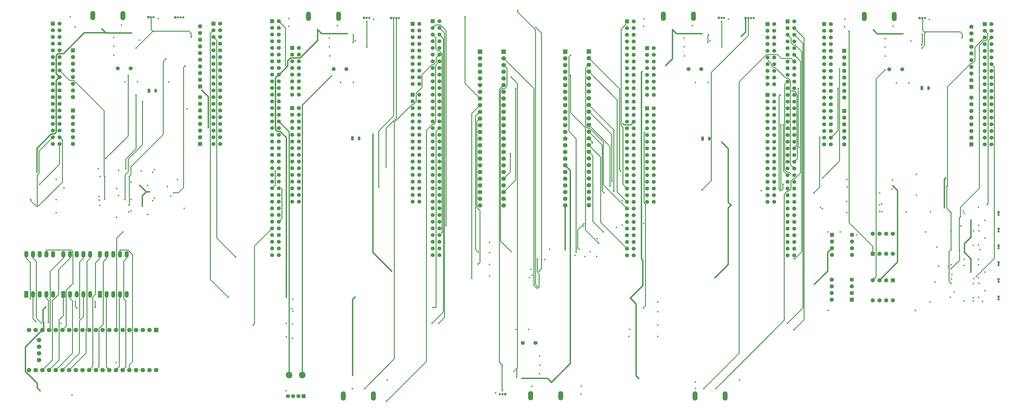
<source format=gbr>
%TF.GenerationSoftware,KiCad,Pcbnew,9.0.2+dfsg-1*%
%TF.CreationDate,2025-07-08T19:26:09-07:00*%
%TF.ProjectId,signalmesh,7369676e-616c-46d6-9573-682e6b696361,rev?*%
%TF.SameCoordinates,Original*%
%TF.FileFunction,Copper,L2,Inr*%
%TF.FilePolarity,Positive*%
%FSLAX46Y46*%
G04 Gerber Fmt 4.6, Leading zero omitted, Abs format (unit mm)*
G04 Created by KiCad (PCBNEW 9.0.2+dfsg-1) date 2025-07-08 19:26:09*
%MOMM*%
%LPD*%
G01*
G04 APERTURE LIST*
G04 Aperture macros list*
%AMRoundRect*
0 Rectangle with rounded corners*
0 $1 Rounding radius*
0 $2 $3 $4 $5 $6 $7 $8 $9 X,Y pos of 4 corners*
0 Add a 4 corners polygon primitive as box body*
4,1,4,$2,$3,$4,$5,$6,$7,$8,$9,$2,$3,0*
0 Add four circle primitives for the rounded corners*
1,1,$1+$1,$2,$3*
1,1,$1+$1,$4,$5*
1,1,$1+$1,$6,$7*
1,1,$1+$1,$8,$9*
0 Add four rect primitives between the rounded corners*
20,1,$1+$1,$2,$3,$4,$5,0*
20,1,$1+$1,$4,$5,$6,$7,0*
20,1,$1+$1,$6,$7,$8,$9,0*
20,1,$1+$1,$8,$9,$2,$3,0*%
G04 Aperture macros list end*
%TA.AperFunction,ComponentPad*%
%ADD10R,0.850000X0.850000*%
%TD*%
%TA.AperFunction,ComponentPad*%
%ADD11C,0.850000*%
%TD*%
%TA.AperFunction,ComponentPad*%
%ADD12R,1.524000X2.524000*%
%TD*%
%TA.AperFunction,ComponentPad*%
%ADD13O,1.524000X2.524000*%
%TD*%
%TA.AperFunction,ComponentPad*%
%ADD14C,1.500000*%
%TD*%
%TA.AperFunction,HeatsinkPad*%
%ADD15O,1.900000X3.500000*%
%TD*%
%TA.AperFunction,ComponentPad*%
%ADD16RoundRect,0.250000X0.550000X0.550000X-0.550000X0.550000X-0.550000X-0.550000X0.550000X-0.550000X0*%
%TD*%
%TA.AperFunction,ComponentPad*%
%ADD17C,1.600000*%
%TD*%
%TA.AperFunction,ComponentPad*%
%ADD18R,1.508000X1.508000*%
%TD*%
%TA.AperFunction,ComponentPad*%
%ADD19C,1.508000*%
%TD*%
%TA.AperFunction,ComponentPad*%
%ADD20C,2.500000*%
%TD*%
%TA.AperFunction,ComponentPad*%
%ADD21R,1.524000X1.524000*%
%TD*%
%TA.AperFunction,ComponentPad*%
%ADD22C,1.524000*%
%TD*%
%TA.AperFunction,ComponentPad*%
%ADD23R,1.700000X1.700000*%
%TD*%
%TA.AperFunction,ComponentPad*%
%ADD24C,1.700000*%
%TD*%
%TA.AperFunction,ComponentPad*%
%ADD25R,1.050000X1.500000*%
%TD*%
%TA.AperFunction,ComponentPad*%
%ADD26O,1.050000X1.500000*%
%TD*%
%TA.AperFunction,ComponentPad*%
%ADD27RoundRect,0.250000X-0.550000X-0.550000X0.550000X-0.550000X0.550000X0.550000X-0.550000X0.550000X0*%
%TD*%
%TA.AperFunction,ComponentPad*%
%ADD28R,1.605000X1.605000*%
%TD*%
%TA.AperFunction,ComponentPad*%
%ADD29C,1.605000*%
%TD*%
%TA.AperFunction,ComponentPad*%
%ADD30R,1.530000X1.530000*%
%TD*%
%TA.AperFunction,ComponentPad*%
%ADD31C,1.530000*%
%TD*%
%TA.AperFunction,ComponentPad*%
%ADD32RoundRect,0.250000X-0.550000X0.550000X-0.550000X-0.550000X0.550000X-0.550000X0.550000X0.550000X0*%
%TD*%
%TA.AperFunction,ComponentPad*%
%ADD33RoundRect,0.250000X0.550000X-0.550000X0.550000X0.550000X-0.550000X0.550000X-0.550000X-0.550000X0*%
%TD*%
%TA.AperFunction,ViaPad*%
%ADD34C,0.600000*%
%TD*%
%TA.AperFunction,ViaPad*%
%ADD35C,0.500000*%
%TD*%
%TA.AperFunction,Conductor*%
%ADD36C,0.300000*%
%TD*%
%TA.AperFunction,Conductor*%
%ADD37C,0.500000*%
%TD*%
%TA.AperFunction,Conductor*%
%ADD38C,0.400000*%
%TD*%
G04 APERTURE END LIST*
D10*
%TO.N,Net-(J15-Pin_1)*%
%TO.C,J15*%
X557555000Y-140920000D03*
D11*
X557555000Y-141920000D03*
%TD*%
D12*
%TO.N,Net-(U18-E)*%
%TO.C,U18*%
X216420000Y-139963000D03*
D13*
%TO.N,Net-(U18-D)*%
X218960000Y-139963000D03*
%TO.N,GND*%
X221500000Y-139963000D03*
%TO.N,Net-(U18-C)*%
X224040000Y-139963000D03*
%TO.N,Net-(U18-DP)*%
X226580000Y-139963000D03*
%TO.N,Net-(U18-B)*%
X226580000Y-124723000D03*
%TO.N,Net-(U18-A)*%
X224040000Y-124723000D03*
%TO.N,GND*%
X221500000Y-124723000D03*
%TO.N,Net-(U18-F)*%
X218960000Y-124723000D03*
%TO.N,Net-(U18-G)*%
X216420000Y-124723000D03*
%TD*%
D14*
%TO.N,Net-(U40-XI)*%
%TO.C,Y9*%
X223210000Y-54144900D03*
%TO.N,Net-(U40-XO)*%
X228090000Y-54144900D03*
%TD*%
D15*
%TO.N,unconnected-(J25-Shield-Pad5)_1*%
%TO.C,J25*%
X391300000Y-178500000D03*
%TO.N,unconnected-(J25-Shield-Pad5)*%
X379900000Y-178500000D03*
%TD*%
D16*
%TO.N,/UUM_CAN_RD*%
%TO.C,U27*%
X501860000Y-142040000D03*
D17*
%TO.N,GND*%
X501860000Y-139500000D03*
%TO.N,UUM_VDD*%
X501860000Y-136960000D03*
%TO.N,/UUM_CAN_TD*%
X501860000Y-134420000D03*
%TO.N,unconnected-(U27-Vref-Pad5)*%
X494240000Y-134420000D03*
%TO.N,/CAN-*%
X494240000Y-136960000D03*
%TO.N,/CAN+*%
X494240000Y-139500000D03*
%TO.N,Net-(U27-Rs)*%
X494240000Y-142040000D03*
%TD*%
D15*
%TO.N,unconnected-(J33-Shield-Pad5)_1*%
%TO.C,J33*%
X213700000Y-34044900D03*
%TO.N,unconnected-(J33-Shield-Pad5)*%
X225100000Y-34044900D03*
%TD*%
D18*
%TO.N,N/C*%
%TO.C,U1*%
X335080000Y-37186000D03*
D19*
X337620000Y-37186000D03*
X335080000Y-39726000D03*
X337620000Y-39726000D03*
X335080000Y-42266000D03*
X337620000Y-42266000D03*
X335080000Y-44806000D03*
X337620000Y-44806000D03*
X335080000Y-47346000D03*
X337620000Y-47346000D03*
X335080000Y-49886000D03*
X337620000Y-49886000D03*
X335080000Y-52426000D03*
X337620000Y-52426000D03*
X335080000Y-54966000D03*
X337620000Y-54966000D03*
X335080000Y-57506000D03*
X337620000Y-57506000D03*
X335080000Y-60046000D03*
X337620000Y-60046000D03*
D18*
X289360000Y-46330000D03*
D19*
X291900000Y-46330000D03*
X289360000Y-48870000D03*
X291900000Y-48870000D03*
X289360000Y-51410000D03*
X291900000Y-51410000D03*
X289360000Y-53950000D03*
X291900000Y-53950000D03*
X289360000Y-56490000D03*
X291900000Y-56490000D03*
X289360000Y-59030000D03*
X291900000Y-59030000D03*
X289360000Y-61570000D03*
X291900000Y-61570000D03*
X289360000Y-64110000D03*
X291900000Y-64110000D03*
D18*
X289360000Y-69190000D03*
D19*
X291900000Y-69190000D03*
X289360000Y-71730000D03*
X291900000Y-71730000D03*
X289360000Y-74270000D03*
X291900000Y-74270000D03*
X289360000Y-76810000D03*
X291900000Y-76810000D03*
X289360000Y-79350000D03*
X291900000Y-79350000D03*
X289360000Y-81890000D03*
X291900000Y-81890000D03*
X289360000Y-84430000D03*
X291900000Y-84430000D03*
X289360000Y-86970000D03*
X291900000Y-86970000D03*
X289360000Y-89510000D03*
X291900000Y-89510000D03*
X289360000Y-92050000D03*
X291900000Y-92050000D03*
X289360000Y-94590000D03*
X291900000Y-94590000D03*
X289360000Y-97130000D03*
X291900000Y-97130000D03*
X289360000Y-99670000D03*
X291900000Y-99670000D03*
X289360000Y-102210000D03*
X291900000Y-102210000D03*
X289360000Y-104750000D03*
X291900000Y-104750000D03*
D18*
X335080000Y-64110000D03*
D19*
X337620000Y-64110000D03*
X335080000Y-66650000D03*
X337620000Y-66650000D03*
X335080000Y-69190000D03*
X337620000Y-69190000D03*
X335080000Y-71730000D03*
X337620000Y-71730000D03*
X335080000Y-74270000D03*
X337620000Y-74270000D03*
X335080000Y-76810000D03*
X337620000Y-76810000D03*
X335080000Y-79350000D03*
X337620000Y-79350000D03*
X335080000Y-81890000D03*
X337620000Y-81890000D03*
X335080000Y-84430000D03*
X337620000Y-84430000D03*
X335080000Y-86970000D03*
X337620000Y-86970000D03*
X335080000Y-89510000D03*
X337620000Y-89510000D03*
X335080000Y-92050000D03*
X337620000Y-92050000D03*
X335080000Y-94590000D03*
X337620000Y-94590000D03*
X335080000Y-97130000D03*
X337620000Y-97130000D03*
X335080000Y-99670000D03*
X337620000Y-99670000D03*
X335080000Y-102210000D03*
X337620000Y-102210000D03*
X335080000Y-104750000D03*
X337620000Y-104750000D03*
D18*
%TO.N,/ACM_CMD_TX*%
X281740000Y-36170000D03*
D19*
%TO.N,/ACM_CMD_RX*%
X284280000Y-36170000D03*
%TO.N,/APM_DBG_TX*%
X281740000Y-38710000D03*
%TO.N,/APM_DBG_RX*%
X284280000Y-38710000D03*
%TO.N,unconnected-(U1A-3V3_VDD-PadCN11_5)*%
X281740000Y-41250000D03*
%TO.N,unconnected-(U1A-5V_EXT-PadCN11_6)*%
X284280000Y-41250000D03*
%TO.N,unconnected-(U1A-BOOT0-PadCN11_7)*%
X281740000Y-43790000D03*
%TO.N,GND*%
X284280000Y-43790000D03*
%TO.N,unconnected-(U1A-PF6-PadCN11_9)*%
X281740000Y-46330000D03*
%TO.N,unconnected-(U1A-NC-PadCN11_10)*%
X284280000Y-46330000D03*
%TO.N,unconnected-(U1A-PF7-PadCN11_11)*%
X281740000Y-48870000D03*
%TO.N,unconnected-(U1A-IOREF-PadCN11_12)*%
X284280000Y-48870000D03*
%TO.N,unconnected-(U1A-PA13-PadCN11_13)*%
X281740000Y-51410000D03*
%TO.N,unconnected-(U1A-NRST-PadCN11_14)*%
X284280000Y-51410000D03*
%TO.N,unconnected-(U1A-PA14-PadCN11_15)*%
X281740000Y-53950000D03*
%TO.N,unconnected-(U1A-3V3-PadCN11_16)*%
X284280000Y-53950000D03*
%TO.N,unconnected-(U1A-PA15-PadCN11_17)*%
X281740000Y-56490000D03*
%TO.N,APM_VDD*%
X284280000Y-56490000D03*
%TO.N,GND*%
X281740000Y-59030000D03*
X284280000Y-59030000D03*
%TO.N,unconnected-(U1A-PB7-PadCN11_21)*%
X281740000Y-61570000D03*
%TO.N,GND*%
X284280000Y-61570000D03*
%TO.N,unconnected-(U1A-PC13-PadCN11_23)*%
X281740000Y-64110000D03*
%TO.N,unconnected-(U1A-VIN-PadCN11_24)*%
X284280000Y-64110000D03*
%TO.N,unconnected-(U1A-PC14-PadCN11_25)*%
X281740000Y-66650000D03*
%TO.N,unconnected-(U1A-NC-PadCN11_26)*%
X284280000Y-66650000D03*
%TO.N,unconnected-(U1A-PC15-PadCN11_27)*%
X281740000Y-69190000D03*
%TO.N,unconnected-(U1A-PA0-PadCN11_28)*%
X284280000Y-69190000D03*
%TO.N,unconnected-(U1A-PH0-PadCN11_29)*%
X281740000Y-71730000D03*
%TO.N,unconnected-(U1A-PA1-PadCN11_30)*%
X284280000Y-71730000D03*
%TO.N,unconnected-(U1A-PH1-PadCN11_31)*%
X281740000Y-74270000D03*
%TO.N,/DAC_R*%
X284280000Y-74270000D03*
%TO.N,unconnected-(U1A-VBAT-PadCN11_33)*%
X281740000Y-76810000D03*
%TO.N,unconnected-(U1A-PB0-PadCN11_34)*%
X284280000Y-76810000D03*
%TO.N,unconnected-(U1A-PC2-PadCN11_35)*%
X281740000Y-79350000D03*
%TO.N,unconnected-(U1A-PC1-PadCN11_36)*%
X284280000Y-79350000D03*
%TO.N,unconnected-(U1A-PC3-PadCN11_37)*%
X281740000Y-81890000D03*
%TO.N,unconnected-(U1A-PC0-PadCN11_38)*%
X284280000Y-81890000D03*
%TO.N,unconnected-(U1A-PD4-PadCN11_39)*%
X281740000Y-84430000D03*
%TO.N,unconnected-(U1A-PD3-PadCN11_40)*%
X284280000Y-84430000D03*
%TO.N,unconnected-(U1A-PD5-PadCN11_41)*%
X281740000Y-86970000D03*
%TO.N,unconnected-(U1A-PG2-PadCN11_42)*%
X284280000Y-86970000D03*
%TO.N,unconnected-(U1A-PD6-PadCN11_43)*%
X281740000Y-89510000D03*
%TO.N,unconnected-(U1A-PG3-PadCN11_44)*%
X284280000Y-89510000D03*
%TO.N,unconnected-(U1A-PD7-PadCN11_45)*%
X281740000Y-92050000D03*
%TO.N,unconnected-(U1A-PE2-PadCN11_46)*%
X284280000Y-92050000D03*
%TO.N,/ISR0*%
X281740000Y-94590000D03*
%TO.N,unconnected-(U1A-PE4-PadCN11_48)*%
X284280000Y-94590000D03*
%TO.N,GND*%
X281740000Y-97130000D03*
%TO.N,unconnected-(U1A-PE5-PadCN11_50)*%
X284280000Y-97130000D03*
%TO.N,/APM/APM_I2C1_SCL*%
X281740000Y-99670000D03*
%TO.N,unconnected-(U1A-PF2-PadCN11_52)*%
X284280000Y-99670000D03*
%TO.N,/APM/APM_I2C1_SDA*%
X281740000Y-102210000D03*
%TO.N,unconnected-(U1A-PF8-PadCN11_54)*%
X284280000Y-102210000D03*
%TO.N,unconnected-(U1A-PD1-PadCN11_55)*%
X281740000Y-104750000D03*
%TO.N,unconnected-(U1A-PF9-PadCN11_56)*%
X284280000Y-104750000D03*
%TO.N,unconnected-(U1A-PD0-PadCN11_57)*%
X281740000Y-107290000D03*
%TO.N,unconnected-(U1A-PG1-PadCN11_58)*%
X284280000Y-107290000D03*
%TO.N,unconnected-(U1A-PG0-PadCN11_59)*%
X281740000Y-109830000D03*
%TO.N,GND*%
X284280000Y-109830000D03*
%TO.N,unconnected-(U1A-PE1-PadCN11_61)*%
X281740000Y-112370000D03*
%TO.N,/IRQ0*%
X284280000Y-112370000D03*
%TO.N,/APM/7SDD_CMD_RX*%
X281740000Y-114910000D03*
%TO.N,unconnected-(U1A-PG15-PadCN11_64)*%
X284280000Y-114910000D03*
%TO.N,unconnected-(U1A-PG12-PadCN11_65)*%
X281740000Y-117450000D03*
%TO.N,unconnected-(U1A-PG10-PadCN11_66)*%
X284280000Y-117450000D03*
%TO.N,unconnected-(U1A-NC-PadCN11_67)*%
X281740000Y-119990000D03*
%TO.N,unconnected-(U1A-PG13-PadCN11_68)*%
X284280000Y-119990000D03*
%TO.N,unconnected-(U1A-PD9-PadCN11_69)*%
X281740000Y-122530000D03*
%TO.N,unconnected-(U1A-PG11-PadCN11_70)*%
X284280000Y-122530000D03*
%TO.N,GND*%
X281740000Y-125070000D03*
X284280000Y-125070000D03*
D18*
%TO.N,unconnected-(U1B-PC9-PadCN12_1)*%
X342700000Y-36190000D03*
D19*
%TO.N,unconnected-(U1B-PC8-PadCN12_2)*%
X345240000Y-36190000D03*
%TO.N,/APM_CAN_RD*%
X342700000Y-38730000D03*
%TO.N,/APM/APM_LED_OK*%
X345240000Y-38730000D03*
%TO.N,/APM_CAN_TD*%
X342700000Y-41270000D03*
%TO.N,/APM/APM_LED_WARN*%
X345240000Y-41270000D03*
%TO.N,unconnected-(U1B-VREFP-PadCN12_7)*%
X342700000Y-43810000D03*
%TO.N,unconnected-(U1B-5V_USB_STLK-PadCN12_8)*%
X345240000Y-43810000D03*
%TO.N,unconnected-(U1B-GND_CN12-PadCN12_20)_2*%
X342700000Y-46350000D03*
%TO.N,unconnected-(U1B-PD8-PadCN12_10)*%
X345240000Y-46350000D03*
%TO.N,/DAC_L*%
X342700000Y-48890000D03*
%TO.N,/APM/APM_USB_D-*%
X345240000Y-48890000D03*
%TO.N,unconnected-(U1B-PA6-PadCN12_13)*%
X342700000Y-51430000D03*
%TO.N,/APM/APM_USB_D+*%
X345240000Y-51430000D03*
%TO.N,unconnected-(U1B-PA7-PadCN12_15)*%
X342700000Y-53970000D03*
%TO.N,unconnected-(U1B-PB12-PadCN12_16)*%
X345240000Y-53970000D03*
%TO.N,unconnected-(U1B-PB6-PadCN12_17)*%
X342700000Y-56510000D03*
%TO.N,unconnected-(U1B-PB11-PadCN12_18)*%
X345240000Y-56510000D03*
%TO.N,unconnected-(U1B-PC7-PadCN12_19)*%
X342700000Y-59050000D03*
%TO.N,unconnected-(U1B-GND_CN12-PadCN12_20)_4*%
X345240000Y-59050000D03*
%TO.N,unconnected-(U1B-PA9-PadCN12_21)*%
X342700000Y-61590000D03*
%TO.N,unconnected-(U1B-PB2-PadCN12_22)*%
X345240000Y-61590000D03*
%TO.N,unconnected-(U1B-PA8-PadCN12_23)*%
X342700000Y-64130000D03*
%TO.N,unconnected-(U1B-PB1-PadCN12_24)*%
X345240000Y-64130000D03*
%TO.N,unconnected-(U1B-PB10-PadCN12_25)*%
X342700000Y-66670000D03*
%TO.N,unconnected-(U1B-PB15-PadCN12_26)*%
X345240000Y-66670000D03*
%TO.N,unconnected-(U1B-PB4-PadCN12_27)*%
X342700000Y-69210000D03*
%TO.N,unconnected-(U1B-PB14-PadCN12_28)*%
X345240000Y-69210000D03*
%TO.N,unconnected-(U1B-PB5-PadCN12_29)*%
X342700000Y-71750000D03*
%TO.N,unconnected-(U1B-PB13-PadCN12_30)*%
X345240000Y-71750000D03*
%TO.N,unconnected-(U1B-PB3-PadCN12_31)*%
X342700000Y-74290000D03*
%TO.N,unconnected-(U1B-AGND_CN12-PadCN12_32)*%
X345240000Y-74290000D03*
%TO.N,unconnected-(U1B-PA10-PadCN12_33)*%
X342700000Y-76830000D03*
%TO.N,/APM/APM_LED_FAIL*%
X345240000Y-76830000D03*
%TO.N,unconnected-(U1B-PA2-PadCN12_35)*%
X342700000Y-79370000D03*
%TO.N,unconnected-(U1B-PF5-PadCN12_36)*%
X345240000Y-79370000D03*
%TO.N,unconnected-(U1B-PA3-PadCN12_37)*%
X342700000Y-81910000D03*
%TO.N,unconnected-(U1B-PF4-PadCN12_38)*%
X345240000Y-81910000D03*
%TO.N,unconnected-(U1B-GND_CN12-PadCN12_20)_1*%
X342700000Y-84450000D03*
%TO.N,unconnected-(U1B-PE8-PadCN12_40)*%
X345240000Y-84450000D03*
%TO.N,unconnected-(U1B-PD13-PadCN12_41)*%
X342700000Y-86990000D03*
%TO.N,unconnected-(U1B-PF10-PadCN12_42)*%
X345240000Y-86990000D03*
%TO.N,unconnected-(U1B-PD12-PadCN12_43)*%
X342700000Y-89530000D03*
%TO.N,unconnected-(U1B-PE7-PadCN12_44)*%
X345240000Y-89530000D03*
%TO.N,unconnected-(U1B-PD11-PadCN12_45)*%
X342700000Y-92070000D03*
%TO.N,unconnected-(U1B-PD14-PadCN12_46)*%
X345240000Y-92070000D03*
%TO.N,unconnected-(U1B-PE10-PadCN12_47)*%
X342700000Y-94610000D03*
%TO.N,unconnected-(U1B-PD15-PadCN12_48)*%
X345240000Y-94610000D03*
%TO.N,unconnected-(U1B-PE12-PadCN12_49)*%
X342700000Y-97150000D03*
%TO.N,unconnected-(U1B-PF14-PadCN12_50)*%
X345240000Y-97150000D03*
%TO.N,unconnected-(U1B-PE14-PadCN12_51)*%
X342700000Y-99690000D03*
%TO.N,unconnected-(U1B-PE9-PadCN12_52)*%
X345240000Y-99690000D03*
%TO.N,unconnected-(U1B-PE15-PadCN12_53)*%
X342700000Y-102230000D03*
%TO.N,unconnected-(U1B-GND_CN12-PadCN12_20)*%
X345240000Y-102230000D03*
%TO.N,unconnected-(U1B-PE13-PadCN12_55)*%
X342700000Y-104770000D03*
%TO.N,unconnected-(U1B-PE11-PadCN12_56)*%
X345240000Y-104770000D03*
%TO.N,unconnected-(U1B-PF13-PadCN12_57)*%
X342700000Y-107310000D03*
%TO.N,unconnected-(U1B-PF3-PadCN12_58)*%
X345240000Y-107310000D03*
%TO.N,unconnected-(U1B-PF12-PadCN12_59)*%
X342700000Y-109850000D03*
%TO.N,unconnected-(U1B-PF15-PadCN12_60)*%
X345240000Y-109850000D03*
%TO.N,/APM/7SDD_CMD_TX*%
X342700000Y-112390000D03*
%TO.N,unconnected-(U1B-PF11-PadCN12_62)*%
X345240000Y-112390000D03*
%TO.N,unconnected-(U1B-GND_CN12-PadCN12_20)_3*%
X342700000Y-114930000D03*
%TO.N,unconnected-(U1B-PE0-PadCN12_64)*%
X345240000Y-114930000D03*
%TO.N,unconnected-(U1B-PD10-PadCN12_65)*%
X342700000Y-117470000D03*
%TO.N,unconnected-(U1B-PG8-PadCN12_66)*%
X345240000Y-117470000D03*
%TO.N,unconnected-(U1B-PG7-PadCN12_67)*%
X342700000Y-120010000D03*
%TO.N,unconnected-(U1B-PG5-PadCN12_68)*%
X345240000Y-120010000D03*
%TO.N,unconnected-(U1B-PG4-PadCN12_69)*%
X342700000Y-122550000D03*
%TO.N,unconnected-(U1B-PG6-PadCN12_70)*%
X345240000Y-122550000D03*
%TO.N,unconnected-(U1B-GND_CN12-PadCN12_20)_6*%
X342700000Y-125090000D03*
%TO.N,unconnected-(U1B-GND_CN12-PadCN12_20)_5*%
X345240000Y-125090000D03*
%TD*%
D20*
%TO.N,/DAC_L*%
%TO.C,TP1*%
X293200000Y-170600000D03*
%TD*%
D21*
%TO.N,unconnected-(J12-Pin_1-Pad1)*%
%TO.C,J12*%
X293750000Y-178700000D03*
D22*
%TO.N,/DAC_L*%
X291750000Y-178700000D03*
%TO.N,/DAC_R*%
X289750000Y-178700000D03*
%TO.N,GND*%
X287750000Y-178700000D03*
%TD*%
D23*
%TO.N,/FMC_D0*%
%TO.C,J9*%
X402000000Y-47720000D03*
D24*
%TO.N,/FMC_D1*%
X402000000Y-50260000D03*
%TO.N,/FMC_D2*%
X402000000Y-52800000D03*
%TO.N,/FMC_D3*%
X402000000Y-55340000D03*
%TO.N,/FMC_D4*%
X402000000Y-57880000D03*
%TO.N,/FMC_D5*%
X402000000Y-60420000D03*
%TO.N,/FMC_D6*%
X402000000Y-62960000D03*
%TO.N,/FMC_D7*%
X402000000Y-65500000D03*
%TO.N,/FMC_D8*%
X402000000Y-68040000D03*
%TO.N,/FMC_D9*%
X402000000Y-70580000D03*
%TO.N,/FMC_D10*%
X402000000Y-73120000D03*
%TO.N,/FMC_D11*%
X402000000Y-75660000D03*
%TO.N,/FMC_D12*%
X402000000Y-78200000D03*
%TO.N,/FMC_D13*%
X402000000Y-80740000D03*
%TO.N,/FMC_D14*%
X402000000Y-83280000D03*
%TO.N,/FMC_D15*%
X402000000Y-85820000D03*
%TO.N,unconnected-(J2-Pin_17-Pad17)*%
X402000000Y-88360000D03*
%TO.N,ACM_VDD*%
X402000000Y-90900000D03*
%TO.N,unconnected-(J2-Pin_19-Pad19)*%
X402000000Y-93440000D03*
%TO.N,unconnected-(J2-Pin_20-Pad20)*%
X402000000Y-95980000D03*
%TO.N,unconnected-(J2-Pin_21-Pad21)*%
X402000000Y-98520000D03*
%TO.N,unconnected-(J2-Pin_22-Pad22)*%
X402000000Y-101060000D03*
%TO.N,GND*%
X402000000Y-103600000D03*
%TO.N,3V3_ACM*%
X402000000Y-106140000D03*
%TD*%
D20*
%TO.N,/DAC_R*%
%TO.C,TP2*%
X288200000Y-170600000D03*
%TD*%
D15*
%TO.N,unconnected-(J31-Shield-Pad5)_1*%
%TO.C,J31*%
X430300000Y-34300000D03*
%TO.N,unconnected-(J31-Shield-Pad5)*%
X441700000Y-34300000D03*
%TD*%
D10*
%TO.N,/USB_debug_APM/DBG_TX*%
%TO.C,J30*%
X316650000Y-34880100D03*
D11*
%TO.N,/APM_DBG_RX*%
X317650000Y-34880100D03*
%TO.N,GND*%
X318650000Y-34880100D03*
%TD*%
D23*
%TO.N,/ACM/ACM_SPI_CS*%
%TO.C,J1*%
X369690000Y-47760000D03*
D24*
%TO.N,/ACM/ACM_SPI_MOSI*%
X369690000Y-50300000D03*
%TO.N,/ACM/ACM_SPI_SCLK*%
X369690000Y-52840000D03*
%TO.N,/ACM/ACM_SPI_MISO*%
X369690000Y-55380000D03*
%TO.N,/ACM_DBG_TX*%
X369690000Y-57920000D03*
%TO.N,/ACM_DBG_RX*%
X369690000Y-60460000D03*
%TO.N,/ACM_CMD_RX*%
X369690000Y-63000000D03*
%TO.N,/ACM_CMD_TX*%
X369690000Y-65540000D03*
%TO.N,/ACM/ACM_LED_FAIL*%
X369690000Y-68080000D03*
%TO.N,/ACM/ACM_LED_OK*%
X369690000Y-70620000D03*
%TO.N,/ACM/ACM_LED_WARN*%
X369690000Y-73160000D03*
%TO.N,unconnected-(J1-Pin_12-Pad12)*%
X369690000Y-75700000D03*
%TO.N,unconnected-(J1-Pin_13-Pad13)*%
X369690000Y-78240000D03*
%TO.N,unconnected-(J1-Pin_14-Pad14)*%
X369690000Y-80780000D03*
%TO.N,unconnected-(J1-Pin_15-Pad15)*%
X369690000Y-83320000D03*
%TO.N,unconnected-(J1-Pin_16-Pad16)*%
X369690000Y-85860000D03*
%TO.N,unconnected-(J1-Pin_17-Pad17)*%
X369690000Y-88400000D03*
%TO.N,/FMC_CLK*%
X369690000Y-90940000D03*
%TO.N,/FMC_NWE*%
X369690000Y-93480000D03*
%TO.N,/FMC_NOE*%
X369690000Y-96020000D03*
%TO.N,/FMC_NE*%
X369690000Y-98560000D03*
%TO.N,/FMC_NL*%
X369690000Y-101100000D03*
%TO.N,/FMC_NBL0*%
X369690000Y-103640000D03*
%TO.N,/FMC_NBL1*%
X369690000Y-106180000D03*
%TD*%
D14*
%TO.N,Net-(U19-XI)*%
%TO.C,Y2*%
X381790000Y-158400000D03*
%TO.N,Net-(U19-XO)*%
X376910000Y-158400000D03*
%TD*%
D15*
%TO.N,unconnected-(J21-Shield-Pad5)*%
%TO.C,J21*%
X320200000Y-178600000D03*
%TO.N,unconnected-(J21-Shield-Pad5)_1*%
X308800000Y-178600000D03*
%TD*%
D25*
%TO.N,GND*%
%TO.C,TH1*%
X445142000Y-80782000D03*
D26*
%TO.N,Net-(U9A-PC0{slash}PB8)*%
X447682000Y-80782000D03*
%TD*%
D23*
%TO.N,/ACM/ACM_SPI_CS*%
%TO.C,J8*%
X360690000Y-47760000D03*
D24*
%TO.N,/ACM/ACM_SPI_MOSI*%
X360690000Y-50300000D03*
%TO.N,/ACM/ACM_SPI_SCLK*%
X360690000Y-52840000D03*
%TO.N,/ACM/ACM_SPI_MISO*%
X360690000Y-55380000D03*
%TO.N,/ACM_DBG_TX*%
X360690000Y-57920000D03*
%TO.N,/ACM_DBG_RX*%
X360690000Y-60460000D03*
%TO.N,/ACM_CMD_RX*%
X360690000Y-63000000D03*
%TO.N,/ACM_CMD_TX*%
X360690000Y-65540000D03*
%TO.N,/ACM/ACM_LED_FAIL*%
X360690000Y-68080000D03*
%TO.N,/ACM/ACM_LED_OK*%
X360690000Y-70620000D03*
%TO.N,/ACM/ACM_LED_WARN*%
X360690000Y-73160000D03*
%TO.N,unconnected-(J1-Pin_12-Pad12)*%
X360690000Y-75700000D03*
%TO.N,unconnected-(J1-Pin_13-Pad13)*%
X360690000Y-78240000D03*
%TO.N,unconnected-(J1-Pin_14-Pad14)*%
X360690000Y-80780000D03*
%TO.N,unconnected-(J1-Pin_15-Pad15)*%
X360690000Y-83320000D03*
%TO.N,unconnected-(J1-Pin_16-Pad16)*%
X360690000Y-85860000D03*
%TO.N,unconnected-(J1-Pin_17-Pad17)*%
X360690000Y-88400000D03*
%TO.N,/FMC_CLK*%
X360690000Y-90940000D03*
%TO.N,/FMC_NWE*%
X360690000Y-93480000D03*
%TO.N,/FMC_NOE*%
X360690000Y-96020000D03*
%TO.N,/FMC_NE*%
X360690000Y-98560000D03*
%TO.N,/FMC_NL*%
X360690000Y-101100000D03*
%TO.N,/FMC_NBL0*%
X360690000Y-103640000D03*
%TO.N,/FMC_NBL1*%
X360690000Y-106180000D03*
%TD*%
D10*
%TO.N,TDM_VDD*%
%TO.C,J18*%
X245050000Y-34759900D03*
D11*
%TO.N,/TDM/TDM_I2C1_SDA*%
X246050000Y-34759900D03*
%TO.N,/TDM/TDM_I2C1_SCL*%
X247050000Y-34759900D03*
%TO.N,GND*%
X248050000Y-34759900D03*
%TD*%
D25*
%TO.N,GND*%
%TO.C,TH2*%
X312290000Y-80712000D03*
D26*
%TO.N,Net-(U9A-PB0)*%
X314830000Y-80712000D03*
%TD*%
D10*
%TO.N,/USB_debug_TDM/DBG_TX*%
%TO.C,J28*%
X527600000Y-34980100D03*
D11*
%TO.N,/TDM_DBG_RX*%
X528600000Y-34980100D03*
%TO.N,GND*%
X529600000Y-34980100D03*
%TD*%
D27*
%TO.N,/APM_CAN_RD*%
%TO.C,U29*%
X494250000Y-117340000D03*
D17*
%TO.N,GND*%
X494250000Y-119880000D03*
%TO.N,APM_VDD*%
X494250000Y-122420000D03*
%TO.N,/APM_CAN_TD*%
X494250000Y-124960000D03*
%TO.N,unconnected-(U29-Vref-Pad5)*%
X501870000Y-124960000D03*
%TO.N,/CAN-*%
X501870000Y-122420000D03*
%TO.N,/CAN+*%
X501870000Y-119880000D03*
%TO.N,Net-(U29-Rs)*%
X501870000Y-117340000D03*
%TD*%
D10*
%TO.N,APM_VDD*%
%TO.C,J4*%
X326900000Y-34975000D03*
D11*
%TO.N,/APM/APM_I2C1_SDA*%
X327900000Y-34975000D03*
%TO.N,/APM/APM_I2C1_SCL*%
X328900000Y-34975000D03*
%TO.N,GND*%
X329900000Y-34975000D03*
%TD*%
D23*
%TO.N,/FMC_D0*%
%TO.C,J2*%
X393000000Y-47760000D03*
D24*
%TO.N,/FMC_D1*%
X393000000Y-50300000D03*
%TO.N,/FMC_D2*%
X393000000Y-52840000D03*
%TO.N,/FMC_D3*%
X393000000Y-55380000D03*
%TO.N,/FMC_D4*%
X393000000Y-57920000D03*
%TO.N,/FMC_D5*%
X393000000Y-60460000D03*
%TO.N,/FMC_D6*%
X393000000Y-63000000D03*
%TO.N,/FMC_D7*%
X393000000Y-65540000D03*
%TO.N,/FMC_D8*%
X393000000Y-68080000D03*
%TO.N,/FMC_D9*%
X393000000Y-70620000D03*
%TO.N,/FMC_D10*%
X393000000Y-73160000D03*
%TO.N,/FMC_D11*%
X393000000Y-75700000D03*
%TO.N,/FMC_D12*%
X393000000Y-78240000D03*
%TO.N,/FMC_D13*%
X393000000Y-80780000D03*
%TO.N,/FMC_D14*%
X393000000Y-83320000D03*
%TO.N,/FMC_D15*%
X393000000Y-85860000D03*
%TO.N,unconnected-(J2-Pin_17-Pad17)*%
X393000000Y-88400000D03*
%TO.N,ACM_VDD*%
X393000000Y-90940000D03*
%TO.N,unconnected-(J2-Pin_19-Pad19)*%
X393000000Y-93480000D03*
%TO.N,unconnected-(J2-Pin_20-Pad20)*%
X393000000Y-96020000D03*
%TO.N,unconnected-(J2-Pin_21-Pad21)*%
X393000000Y-98560000D03*
%TO.N,unconnected-(J2-Pin_22-Pad22)*%
X393000000Y-101100000D03*
%TO.N,GND*%
X393000000Y-103640000D03*
%TO.N,3V3_ACM*%
X393000000Y-106180000D03*
%TD*%
D10*
%TO.N,/USB_debug_DSM/DBG_TX*%
%TO.C,J32*%
X451350000Y-34880100D03*
D11*
%TO.N,/DSM_DBG_RX*%
X452350000Y-34880100D03*
%TO.N,GND*%
X453350000Y-34880100D03*
%TD*%
D10*
%TO.N,DSM_VDD*%
%TO.C,J3*%
X461550000Y-34975000D03*
D11*
%TO.N,/DSM/DSM_I2C1_SDA*%
X462550000Y-34975000D03*
%TO.N,/DSM/DSM_I2C1_SCL*%
X463550000Y-34975000D03*
%TO.N,GND*%
X464550000Y-34975000D03*
%TD*%
D28*
%TO.N,N/C*%
%TO.C,U9*%
X547240000Y-61190000D03*
D29*
X547240000Y-58650000D03*
X547240000Y-56110000D03*
X547240000Y-53570000D03*
X547240000Y-51030000D03*
X547240000Y-48490000D03*
X547240000Y-45950000D03*
X547240000Y-43410000D03*
X547240000Y-40870000D03*
X547240000Y-38330000D03*
D28*
X498980000Y-47470000D03*
D29*
X498980000Y-50010000D03*
X498980000Y-52550000D03*
X498980000Y-55090000D03*
X498980000Y-57630000D03*
X498980000Y-60170000D03*
X498980000Y-62710000D03*
X498980000Y-65250000D03*
D30*
%TO.N,unconnected-(U9A-PC10-PadCN7_1)*%
X491360000Y-37310000D03*
D31*
%TO.N,unconnected-(U9A-PC11-PadCN7_2)*%
X493900000Y-37310000D03*
%TO.N,unconnected-(U9A-PC12-PadCN7_3)*%
X491360000Y-39850000D03*
%TO.N,unconnected-(U9A-PD2-PadCN7_4)*%
X493900000Y-39850000D03*
%TO.N,unconnected-(U9A-VDD-PadCN7_5)*%
X491360000Y-42390000D03*
%TO.N,unconnected-(U9A-E5V-PadCN7_6)*%
X493900000Y-42390000D03*
%TO.N,unconnected-(U9A-BOOT0-PadCN7_7)*%
X491360000Y-44930000D03*
%TO.N,unconnected-(U9A-CN7_GND-PadCN7_19)_2*%
X493900000Y-44930000D03*
%TO.N,N/C*%
X491360000Y-47470000D03*
X493900000Y-47470000D03*
X491360000Y-50010000D03*
%TO.N,unconnected-(U9A-CN7_IOREF-PadCN7_12)*%
X493900000Y-50010000D03*
%TO.N,unconnected-(U9A-PA13-PadCN7_13)*%
X491360000Y-52550000D03*
%TO.N,unconnected-(U9A-CN7_RESET-PadCN7_14)*%
X493900000Y-52550000D03*
%TO.N,unconnected-(U9A-PA14-PadCN7_15)*%
X491360000Y-55090000D03*
%TO.N,unconnected-(U9A-CN7_+3V3-PadCN7_16)*%
X493900000Y-55090000D03*
%TO.N,unconnected-(U9A-PA15-PadCN7_17)*%
X491360000Y-57630000D03*
%TO.N,unconnected-(U9A-CN7_+5V-PadCN7_18)*%
X493900000Y-57630000D03*
%TO.N,unconnected-(U9A-CN7_GND-PadCN7_19)_1*%
X491360000Y-60170000D03*
%TO.N,unconnected-(U9A-CN7_GND-PadCN7_19)*%
X493900000Y-60170000D03*
%TO.N,unconnected-(U9A-PB7-PadCN7_21)*%
X491360000Y-62710000D03*
%TO.N,unconnected-(U9A-CN7_GND-PadCN7_19)_3*%
X493900000Y-62710000D03*
%TO.N,unconnected-(U9A-PC13-PadCN7_23)*%
X491360000Y-65250000D03*
%TO.N,unconnected-(U9A-CN7_VIN-PadCN7_24)*%
X493900000Y-65250000D03*
%TO.N,unconnected-(U9A-PC14-PadCN7_25)*%
X491360000Y-67790000D03*
%TO.N,N/C*%
X493900000Y-67790000D03*
%TO.N,unconnected-(U9A-PC15-PadCN7_27)*%
X491360000Y-70330000D03*
%TO.N,unconnected-(U9A-PA0-PadCN7_28)*%
X493900000Y-70330000D03*
%TO.N,unconnected-(U9A-PH0-PadCN7_29)*%
X491360000Y-72870000D03*
%TO.N,unconnected-(U9A-PA1-PadCN7_30)*%
X493900000Y-72870000D03*
%TO.N,unconnected-(U9A-PH1-PadCN7_31)*%
X491360000Y-75410000D03*
%TO.N,Net-(U9A-PA4)*%
X493900000Y-75410000D03*
%TO.N,unconnected-(U9A-VBAT-PadCN7_33)*%
X491360000Y-77950000D03*
%TO.N,Net-(U9A-PB0)*%
X493900000Y-77950000D03*
%TO.N,unconnected-(U9A-PC2-PadCN7_35)*%
X491360000Y-80490000D03*
%TO.N,Net-(U9A-PC1{slash}PB9)*%
X493900000Y-80490000D03*
%TO.N,unconnected-(U9A-PC3-PadCN7_37)*%
X491360000Y-83030000D03*
%TO.N,Net-(U9A-PC0{slash}PB8)*%
X493900000Y-83030000D03*
D28*
%TO.N,N/C*%
X498980000Y-70330000D03*
D29*
X498980000Y-72870000D03*
X498980000Y-75410000D03*
X498980000Y-77950000D03*
X498980000Y-80490000D03*
X498980000Y-83030000D03*
D28*
X547240000Y-83030000D03*
D29*
X547240000Y-80490000D03*
X547240000Y-77950000D03*
X547240000Y-75410000D03*
X547240000Y-72870000D03*
X547240000Y-70330000D03*
X547240000Y-67790000D03*
X547240000Y-65250000D03*
D30*
%TO.N,unconnected-(U9B-PC9-PadCN10_1)*%
X552320000Y-37310000D03*
D31*
%TO.N,unconnected-(U9B-PC8-PadCN10_2)*%
X554860000Y-37310000D03*
%TO.N,/TDM/TDM_I2C1_SCL*%
X552320000Y-39850000D03*
%TO.N,unconnected-(U9B-PC6-PadCN10_4)*%
X554860000Y-39850000D03*
%TO.N,/TDM/TDM_I2C1_SDA*%
X552320000Y-42390000D03*
%TO.N,/TDM/TDM_LED_FAIL*%
X554860000Y-42390000D03*
%TO.N,unconnected-(U9B-AVDD-PadCN10_7)*%
X552320000Y-44930000D03*
%TO.N,TDM_VDD*%
X554860000Y-44930000D03*
%TO.N,GND*%
X552320000Y-47470000D03*
%TO.N,N/C*%
X554860000Y-47470000D03*
%TO.N,/TDM/TDM_LED_OK*%
X552320000Y-50010000D03*
%TO.N,/TDM_CAN_TD*%
X554860000Y-50010000D03*
%TO.N,unconnected-(U9B-PA6-PadCN10_13)*%
X552320000Y-52550000D03*
%TO.N,/TDM_CAN_RD*%
X554860000Y-52550000D03*
%TO.N,unconnected-(U9B-PA7-PadCN10_15)*%
X552320000Y-55090000D03*
%TO.N,unconnected-(U9B-PB12-PadCN10_16)*%
X554860000Y-55090000D03*
%TO.N,unconnected-(U9B-PB6-PadCN10_17)*%
X552320000Y-57630000D03*
%TO.N,N/C*%
X554860000Y-57630000D03*
%TO.N,unconnected-(U9B-PC7-PadCN10_19)*%
X552320000Y-60170000D03*
%TO.N,GND*%
X554860000Y-60170000D03*
%TO.N,unconnected-(U9B-PA9-PadCN10_21)*%
X552320000Y-62710000D03*
%TO.N,unconnected-(U9B-PB2-PadCN10_22)*%
X554860000Y-62710000D03*
%TO.N,unconnected-(U9B-PA8-PadCN10_23)*%
X552320000Y-65250000D03*
%TO.N,unconnected-(U9B-PB1-PadCN10_24)*%
X554860000Y-65250000D03*
%TO.N,unconnected-(U9B-PB10-PadCN10_25)*%
X552320000Y-67790000D03*
%TO.N,unconnected-(U9B-PB15-PadCN10_26)*%
X554860000Y-67790000D03*
%TO.N,unconnected-(U9B-PB4-PadCN10_27)*%
X552320000Y-70330000D03*
%TO.N,unconnected-(U9B-PB14-PadCN10_28)*%
X554860000Y-70330000D03*
%TO.N,unconnected-(U9B-PB5-PadCN10_29)*%
X552320000Y-72870000D03*
%TO.N,unconnected-(U9B-PB13-PadCN10_30)*%
X554860000Y-72870000D03*
%TO.N,unconnected-(U9B-PB3-PadCN10_31)*%
X552320000Y-75410000D03*
%TO.N,unconnected-(U9B-AGND-PadCN10_32)*%
X554860000Y-75410000D03*
%TO.N,unconnected-(U9B-PA10-PadCN10_33)*%
X552320000Y-77950000D03*
%TO.N,/TDM/TDM_LED_WARN*%
X554860000Y-77950000D03*
%TO.N,/TDM_DBG_TX*%
X552320000Y-80490000D03*
%TO.N,N/C*%
X554860000Y-80490000D03*
%TO.N,/TDM_DBG_RX*%
X552320000Y-83030000D03*
%TO.N,N/C*%
X554860000Y-83030000D03*
%TD*%
D14*
%TO.N,Net-(U38-XI)*%
%TO.C,Y7*%
X305110000Y-54400000D03*
%TO.N,Net-(U38-XO)*%
X309990000Y-54400000D03*
%TD*%
D10*
%TO.N,Net-(J11-Pin_1)*%
%TO.C,J11*%
X557555000Y-134225000D03*
D11*
X557555000Y-135225000D03*
%TD*%
D10*
%TO.N,Net-(J6-Pin_1)*%
%TO.C,J6*%
X557555000Y-115100000D03*
D11*
X557555000Y-116100000D03*
%TD*%
D14*
%TO.N,Net-(U39-XI)*%
%TO.C,Y8*%
X439810000Y-54400000D03*
%TO.N,Net-(U39-XO)*%
X444690000Y-54400000D03*
%TD*%
D25*
%TO.N,GND*%
%TO.C,TH4*%
X528400000Y-61600000D03*
D26*
%TO.N,Net-(U9A-PC1{slash}PB9)*%
X530940000Y-61600000D03*
%TD*%
D10*
%TO.N,Net-(J10-Pin_1)*%
%TO.C,J10*%
X557555000Y-127850000D03*
D11*
X557555000Y-128850000D03*
%TD*%
D15*
%TO.N,unconnected-(J22-Shield-Pad5)_1*%
%TO.C,J22*%
X453700000Y-178600000D03*
%TO.N,unconnected-(J22-Shield-Pad5)*%
X442300000Y-178600000D03*
%TD*%
D10*
%TO.N,/USB_debug_UUM/DBG_TX*%
%TO.C,J34*%
X234750000Y-34625000D03*
D11*
%TO.N,/UUM_DBG_RX*%
X235750000Y-34625000D03*
%TO.N,GND*%
X236750000Y-34625000D03*
%TD*%
D23*
%TO.N,unconnected-(U4-PB12-Pad1)*%
%TO.C,U4*%
X237780000Y-153500000D03*
D24*
%TO.N,unconnected-(U4-PB13-Pad2)*%
X235240000Y-153500000D03*
%TO.N,unconnected-(U4-PB14-Pad3)*%
X232700000Y-153500000D03*
%TO.N,unconnected-(U4-PB15-Pad4)*%
X230160000Y-153500000D03*
%TO.N,unconnected-(U4-PA8-Pad5)*%
X227620000Y-153500000D03*
%TO.N,/APM/7SDD_CMD_RX*%
X225080000Y-153500000D03*
%TO.N,/APM/7SDD_CMD_TX*%
X222540000Y-153500000D03*
%TO.N,Net-(U36-DP)*%
X220000000Y-153500000D03*
%TO.N,Net-(U36-G)*%
X217460000Y-153500000D03*
%TO.N,Net-(U36-F)*%
X214920000Y-153500000D03*
%TO.N,Net-(U36-E)*%
X212380000Y-153500000D03*
%TO.N,Net-(U36-D)*%
X209840000Y-153500000D03*
%TO.N,Net-(U36-C)*%
X207300000Y-153500000D03*
%TO.N,Net-(U36-B)*%
X204760000Y-153500000D03*
%TO.N,Net-(U36-A)*%
X202220000Y-153500000D03*
%TO.N,Net-(U2-DP)*%
X199680000Y-153500000D03*
%TO.N,Net-(U2-G)*%
X197140000Y-153500000D03*
%TO.N,5V_7SDD*%
X194600000Y-153500000D03*
%TO.N,unconnected-(U4-GND-Pad19)*%
X192060000Y-153500000D03*
%TO.N,unconnected-(U4-3V3-Pad20)*%
X189520000Y-153500000D03*
%TO.N,unconnected-(U4-VBat-Pad21)*%
X189520000Y-168740000D03*
%TO.N,unconnected-(U4-PC13-Pad22)*%
X192060000Y-168740000D03*
%TO.N,Net-(U2-F)*%
X194600000Y-168740000D03*
%TO.N,Net-(U2-E)*%
X197140000Y-168740000D03*
%TO.N,Net-(U2-D)*%
X199680000Y-168740000D03*
%TO.N,Net-(U2-C)*%
X202220000Y-168740000D03*
%TO.N,Net-(U2-B)*%
X204760000Y-168740000D03*
%TO.N,Net-(U2-A)*%
X207300000Y-168740000D03*
%TO.N,Net-(U18-DP)*%
X209840000Y-168740000D03*
%TO.N,Net-(U18-G)*%
X212380000Y-168740000D03*
%TO.N,Net-(U18-F)*%
X214920000Y-168740000D03*
%TO.N,Net-(U18-E)*%
X217460000Y-168740000D03*
%TO.N,Net-(U18-D)*%
X220000000Y-168740000D03*
%TO.N,Net-(U18-C)*%
X222540000Y-168740000D03*
%TO.N,Net-(U18-B)*%
X225080000Y-168740000D03*
%TO.N,Net-(U18-A)*%
X227620000Y-168740000D03*
%TO.N,unconnected-(U4-RST-Pad37)*%
X230160000Y-168740000D03*
%TO.N,unconnected-(U4-3V3-Pad38)*%
X232700000Y-168740000D03*
%TO.N,GND*%
X235240000Y-168740000D03*
%TO.N,unconnected-(U4-GND-Pad40)*%
X237780000Y-168740000D03*
%TO.N,N/C*%
X193331000Y-164932000D03*
X193331000Y-162392000D03*
X193331000Y-159852000D03*
X193331000Y-157312000D03*
%TD*%
D15*
%TO.N,unconnected-(J29-Shield-Pad5)_1*%
%TO.C,J29*%
X295600000Y-34300000D03*
%TO.N,unconnected-(J29-Shield-Pad5)*%
X307000000Y-34300000D03*
%TD*%
D25*
%TO.N,GND*%
%TO.C,TH3*%
X235000000Y-62600000D03*
D26*
%TO.N,Net-(U9A-PA4)*%
X237540000Y-62600000D03*
%TD*%
D28*
%TO.N,unconnected-(U3F-D8-PadCN5_1)*%
%TO.C,U3*%
X254460000Y-60970000D03*
D29*
%TO.N,unconnected-(U3F-D9-PadCN5_2)*%
X254460000Y-58430000D03*
%TO.N,unconnected-(U3F-D10-PadCN5_3)*%
X254460000Y-55890000D03*
%TO.N,unconnected-(U3F-D11-PadCN5_4)*%
X254460000Y-53350000D03*
%TO.N,unconnected-(U3F-D12-PadCN5_5)*%
X254460000Y-50810000D03*
%TO.N,unconnected-(U3F-D13-PadCN5_6)*%
X254460000Y-48270000D03*
%TO.N,unconnected-(U3F-GND_S6-PadCN5_7)*%
X254460000Y-45730000D03*
%TO.N,unconnected-(U3F-AVDD_S6-PadCN5_8)*%
X254460000Y-43190000D03*
%TO.N,unconnected-(U3F-D14-PadCN5_9)*%
X254460000Y-40650000D03*
%TO.N,unconnected-(U3F-D15-PadCN5_10)*%
X254460000Y-38110000D03*
D28*
%TO.N,N/C*%
X206200000Y-47250000D03*
D29*
%TO.N,unconnected-(U3C-IOREF-PadCN6_2)*%
X206200000Y-49790000D03*
%TO.N,unconnected-(U3C-RESET-PadCN6_3)*%
X206200000Y-52330000D03*
%TO.N,unconnected-(U3C-+3V3-PadCN6_4)*%
X206200000Y-54870000D03*
%TO.N,unconnected-(U3C-+5V-PadCN6_5)*%
X206200000Y-57410000D03*
%TO.N,unconnected-(U3C-GND-PadCN6_6)_1*%
X206200000Y-59950000D03*
%TO.N,unconnected-(U3C-GND-PadCN6_6)*%
X206200000Y-62490000D03*
%TO.N,unconnected-(U3C-VIN-PadCN6_8)*%
X206200000Y-65030000D03*
D30*
%TO.N,unconnected-(U3A-PC10-PadCN7_1)*%
X198580000Y-37090000D03*
D31*
%TO.N,unconnected-(U3A-PC11-PadCN7_2)*%
X201120000Y-37090000D03*
%TO.N,unconnected-(U3A-PC12-PadCN7_3)*%
X198580000Y-39630000D03*
%TO.N,unconnected-(U3A-PD2-PadCN7_4)*%
X201120000Y-39630000D03*
%TO.N,unconnected-(U3A-VDD-PadCN7_5)*%
X198580000Y-42170000D03*
%TO.N,unconnected-(U3A-E5V-PadCN7_6)*%
X201120000Y-42170000D03*
%TO.N,unconnected-(U3A-BOOT0-PadCN7_7)*%
X198580000Y-44710000D03*
%TO.N,unconnected-(U3A-GND_S1-PadCN7_19)_3*%
X201120000Y-44710000D03*
%TO.N,N/C*%
X198580000Y-47250000D03*
X201120000Y-47250000D03*
X198580000Y-49790000D03*
%TO.N,unconnected-(U3A-IOREF_S1-PadCN7_12)*%
X201120000Y-49790000D03*
%TO.N,unconnected-(U3A-PA13-PadCN7_13)*%
X198580000Y-52330000D03*
%TO.N,unconnected-(U3A-RESET_S1-PadCN7_14)*%
X201120000Y-52330000D03*
%TO.N,unconnected-(U3A-PA14-PadCN7_15)*%
X198580000Y-54870000D03*
%TO.N,UUM_3v3*%
X201120000Y-54870000D03*
%TO.N,unconnected-(U3A-PA15-PadCN7_17)*%
X198580000Y-57410000D03*
%TO.N,UUM_VDD*%
X201120000Y-57410000D03*
%TO.N,unconnected-(U3A-GND_S1-PadCN7_19)_1*%
X198580000Y-59950000D03*
%TO.N,unconnected-(U3A-GND_S1-PadCN7_19)_2*%
X201120000Y-59950000D03*
%TO.N,unconnected-(U3A-PB7-PadCN7_21)*%
X198580000Y-62490000D03*
%TO.N,unconnected-(U3A-GND_S1-PadCN7_19)*%
X201120000Y-62490000D03*
%TO.N,unconnected-(U3A-PC13-PadCN7_23)*%
X198580000Y-65030000D03*
%TO.N,unconnected-(U3A-VIN_S1-PadCN7_24)*%
X201120000Y-65030000D03*
%TO.N,/UUM/UUM_SPI_SEL*%
X198580000Y-67570000D03*
%TO.N,N/C*%
X201120000Y-67570000D03*
%TO.N,unconnected-(U3A-PC15-PadCN7_27)*%
X198580000Y-70110000D03*
%TO.N,unconnected-(U3A-PA0-PadCN7_28)*%
X201120000Y-70110000D03*
%TO.N,unconnected-(U3A-PF0-PadCN7_29)*%
X198580000Y-72650000D03*
%TO.N,unconnected-(U3A-PA1-PadCN7_30)*%
X201120000Y-72650000D03*
%TO.N,unconnected-(U3A-PF1-PadCN7_31)*%
X198580000Y-75190000D03*
%TO.N,unconnected-(U3A-PA4-PadCN7_32)*%
X201120000Y-75190000D03*
%TO.N,unconnected-(U3A-VBAT-PadCN7_33)*%
X198580000Y-77730000D03*
%TO.N,unconnected-(U3A-PB0-PadCN7_34)*%
X201120000Y-77730000D03*
%TO.N,/UUM/UUM_LED_OK*%
X198580000Y-80270000D03*
%TO.N,/UUM/UUM_LED_WARN*%
X201120000Y-80270000D03*
%TO.N,unconnected-(U3A-PC3-PadCN7_37)*%
X198580000Y-82810000D03*
%TO.N,/UUM/UUM_LED_FAIL*%
X201120000Y-82810000D03*
D28*
%TO.N,unconnected-(U3E-A0-PadCN8_1)*%
X206200000Y-70110000D03*
D29*
%TO.N,unconnected-(U3E-A1-PadCN8_2)*%
X206200000Y-72650000D03*
%TO.N,unconnected-(U3E-A2-PadCN8_3)*%
X206200000Y-75190000D03*
%TO.N,unconnected-(U3E-A3-PadCN8_4)*%
X206200000Y-77730000D03*
%TO.N,unconnected-(U3E-A4-PadCN8_5)*%
X206200000Y-80270000D03*
%TO.N,unconnected-(U3E-A5-PadCN8_6)*%
X206200000Y-82810000D03*
D28*
%TO.N,unconnected-(U3D-D0-PadCN9_1)*%
X254460000Y-82810000D03*
D29*
%TO.N,unconnected-(U3D-D1-PadCN9_2)*%
X254460000Y-80270000D03*
%TO.N,unconnected-(U3D-D2-PadCN9_3)*%
X254460000Y-77730000D03*
%TO.N,unconnected-(U3D-D3-PadCN9_4)*%
X254460000Y-75190000D03*
%TO.N,unconnected-(U3D-D4-PadCN9_5)*%
X254460000Y-72650000D03*
%TO.N,unconnected-(U3D-D5-PadCN9_6)*%
X254460000Y-70110000D03*
%TO.N,unconnected-(U3D-D6-PadCN9_7)*%
X254460000Y-67570000D03*
%TO.N,unconnected-(U3D-D7-PadCN9_8)*%
X254460000Y-65030000D03*
D30*
%TO.N,unconnected-(U3B-PC9-PadCN10_1)*%
X259540000Y-37090000D03*
D31*
%TO.N,unconnected-(U3B-PC8-PadCN10_2)*%
X262080000Y-37090000D03*
%TO.N,/UUM_CAN_RD*%
X259540000Y-39630000D03*
%TO.N,unconnected-(U3B-PC6-PadCN10_4)*%
X262080000Y-39630000D03*
%TO.N,/UUM_CAN_TD*%
X259540000Y-42170000D03*
%TO.N,unconnected-(U3B-PC5-PadCN10_6)*%
X262080000Y-42170000D03*
%TO.N,unconnected-(U3B-AVDD-PadCN10_7)*%
X259540000Y-44710000D03*
%TO.N,unconnected-(U3B-U5V-PadCN10_8)*%
X262080000Y-44710000D03*
%TO.N,GND*%
X259540000Y-47250000D03*
%TO.N,N/C*%
X262080000Y-47250000D03*
%TO.N,/UUM/UUM_SPI1_SCLK*%
X259540000Y-49790000D03*
%TO.N,unconnected-(U3B-PA12-PadCN10_12)*%
X262080000Y-49790000D03*
%TO.N,/UUM/UUM_SPI1_MISO*%
X259540000Y-52330000D03*
%TO.N,unconnected-(U3B-PA11-PadCN10_14)*%
X262080000Y-52330000D03*
%TO.N,/UUM/UUM_SPI1_MOSI*%
X259540000Y-54870000D03*
%TO.N,unconnected-(U3B-PB12-PadCN10_16)*%
X262080000Y-54870000D03*
%TO.N,unconnected-(U3B-PB6-PadCN10_17)*%
X259540000Y-57410000D03*
%TO.N,unconnected-(U3B-PB11-PadCN10_18)*%
X262080000Y-57410000D03*
%TO.N,unconnected-(U3B-PC7-PadCN10_19)*%
X259540000Y-59950000D03*
%TO.N,GND*%
X262080000Y-59950000D03*
%TO.N,/UUM/UUM_SPI2_CS*%
X259540000Y-62490000D03*
%TO.N,unconnected-(U3B-PB2-PadCN10_22)*%
X262080000Y-62490000D03*
%TO.N,/UUM/UUM_SPI1_CS*%
X259540000Y-65030000D03*
%TO.N,unconnected-(U3B-PB1-PadCN10_24)*%
X262080000Y-65030000D03*
%TO.N,unconnected-(U3B-PB10-PadCN10_25)*%
X259540000Y-67570000D03*
%TO.N,unconnected-(U3B-PB15-PadCN10_26)*%
X262080000Y-67570000D03*
%TO.N,unconnected-(U3B-PB4-PadCN10_27)*%
X259540000Y-70110000D03*
%TO.N,unconnected-(U3B-PB14-PadCN10_28)*%
X262080000Y-70110000D03*
%TO.N,unconnected-(U3B-PB5-PadCN10_29)*%
X259540000Y-72650000D03*
%TO.N,unconnected-(U3B-PB13-PadCN10_30)*%
X262080000Y-72650000D03*
%TO.N,unconnected-(U3B-PB3-PadCN10_31)*%
X259540000Y-75190000D03*
%TO.N,unconnected-(U3B-AGND-PadCN10_32)*%
X262080000Y-75190000D03*
%TO.N,unconnected-(U3B-PA10-PadCN10_33)*%
X259540000Y-77730000D03*
%TO.N,unconnected-(U3B-PC4-PadCN10_34)*%
X262080000Y-77730000D03*
%TO.N,/UUM_DBG_TX*%
X259540000Y-80270000D03*
%TO.N,N/C*%
X262080000Y-80270000D03*
%TO.N,/UUM_DBG_RX*%
X259540000Y-82810000D03*
%TO.N,N/C*%
X262080000Y-82810000D03*
%TD*%
D32*
%TO.N,/TDM_CAN_RD*%
%TO.C,U31*%
X517360000Y-134620000D03*
D17*
%TO.N,GND*%
X514820000Y-134620000D03*
%TO.N,TDM_VDD*%
X512280000Y-134620000D03*
%TO.N,/TDM_CAN_TD*%
X509740000Y-134620000D03*
%TO.N,unconnected-(U31-Vref-Pad5)*%
X509740000Y-142240000D03*
%TO.N,/CAN-*%
X512280000Y-142240000D03*
%TO.N,/CAN+*%
X514820000Y-142240000D03*
%TO.N,Net-(U31-Rs)*%
X517360000Y-142240000D03*
%TD*%
D18*
%TO.N,N/C*%
%TO.C,U17*%
X469800000Y-37256000D03*
D19*
X472340000Y-37256000D03*
X469800000Y-39796000D03*
X472340000Y-39796000D03*
X469800000Y-42336000D03*
X472340000Y-42336000D03*
X469800000Y-44876000D03*
X472340000Y-44876000D03*
X469800000Y-47416000D03*
X472340000Y-47416000D03*
X469800000Y-49956000D03*
X472340000Y-49956000D03*
X469800000Y-52496000D03*
X472340000Y-52496000D03*
X469800000Y-55036000D03*
X472340000Y-55036000D03*
X469800000Y-57576000D03*
X472340000Y-57576000D03*
X469800000Y-60116000D03*
X472340000Y-60116000D03*
D18*
X424080000Y-46400000D03*
D19*
X426620000Y-46400000D03*
X424080000Y-48940000D03*
X426620000Y-48940000D03*
X424080000Y-51480000D03*
X426620000Y-51480000D03*
X424080000Y-54020000D03*
X426620000Y-54020000D03*
X424080000Y-56560000D03*
X426620000Y-56560000D03*
X424080000Y-59100000D03*
X426620000Y-59100000D03*
X424080000Y-61640000D03*
X426620000Y-61640000D03*
X424080000Y-64180000D03*
X426620000Y-64180000D03*
D18*
X424080000Y-69260000D03*
D19*
X426620000Y-69260000D03*
X424080000Y-71800000D03*
X426620000Y-71800000D03*
X424080000Y-74340000D03*
X426620000Y-74340000D03*
X424080000Y-76880000D03*
X426620000Y-76880000D03*
X424080000Y-79420000D03*
X426620000Y-79420000D03*
X424080000Y-81960000D03*
X426620000Y-81960000D03*
X424080000Y-84500000D03*
X426620000Y-84500000D03*
X424080000Y-87040000D03*
X426620000Y-87040000D03*
X424080000Y-89580000D03*
X426620000Y-89580000D03*
X424080000Y-92120000D03*
X426620000Y-92120000D03*
X424080000Y-94660000D03*
X426620000Y-94660000D03*
X424080000Y-97200000D03*
X426620000Y-97200000D03*
X424080000Y-99740000D03*
X426620000Y-99740000D03*
X424080000Y-102280000D03*
X426620000Y-102280000D03*
X424080000Y-104820000D03*
X426620000Y-104820000D03*
D18*
X469800000Y-64180000D03*
D19*
X472340000Y-64180000D03*
X469800000Y-66720000D03*
X472340000Y-66720000D03*
X469800000Y-69260000D03*
X472340000Y-69260000D03*
X469800000Y-71800000D03*
X472340000Y-71800000D03*
X469800000Y-74340000D03*
X472340000Y-74340000D03*
X469800000Y-76880000D03*
X472340000Y-76880000D03*
X469800000Y-79420000D03*
X472340000Y-79420000D03*
X469800000Y-81960000D03*
X472340000Y-81960000D03*
X469800000Y-84500000D03*
X472340000Y-84500000D03*
X469800000Y-87040000D03*
X472340000Y-87040000D03*
X469800000Y-89580000D03*
X472340000Y-89580000D03*
X469800000Y-92120000D03*
X472340000Y-92120000D03*
X469800000Y-94660000D03*
X472340000Y-94660000D03*
X469800000Y-97200000D03*
X472340000Y-97200000D03*
X469800000Y-99740000D03*
X472340000Y-99740000D03*
X469800000Y-102280000D03*
X472340000Y-102280000D03*
X469800000Y-104820000D03*
X472340000Y-104820000D03*
D18*
%TO.N,unconnected-(U17A-PC10-PadCN11_1)*%
X416460000Y-36240000D03*
D19*
%TO.N,unconnected-(U17A-PC11-PadCN11_2)*%
X419000000Y-36240000D03*
%TO.N,/DSM_DBG_TX*%
X416460000Y-38780000D03*
%TO.N,/DSM_DBG_RX*%
X419000000Y-38780000D03*
%TO.N,unconnected-(U17A-3V3_VDD-PadCN11_5)*%
X416460000Y-41320000D03*
%TO.N,unconnected-(U17A-5V_EXT-PadCN11_6)*%
X419000000Y-41320000D03*
%TO.N,unconnected-(U17A-BOOT0-PadCN11_7)*%
X416460000Y-43860000D03*
%TO.N,GND*%
X419000000Y-43860000D03*
%TO.N,unconnected-(U17A-PF6-PadCN11_9)*%
X416460000Y-46400000D03*
%TO.N,unconnected-(U17A-NC-PadCN11_10)*%
X419000000Y-46400000D03*
%TO.N,unconnected-(U17A-PF7-PadCN11_11)*%
X416460000Y-48940000D03*
%TO.N,unconnected-(U17A-IOREF-PadCN11_12)*%
X419000000Y-48940000D03*
%TO.N,unconnected-(U17A-PA13-PadCN11_13)*%
X416460000Y-51480000D03*
%TO.N,unconnected-(U17A-NRST-PadCN11_14)*%
X419000000Y-51480000D03*
%TO.N,unconnected-(U17A-PA14-PadCN11_15)*%
X416460000Y-54020000D03*
%TO.N,unconnected-(U17A-3V3-PadCN11_16)*%
X419000000Y-54020000D03*
%TO.N,unconnected-(U17A-PA15-PadCN11_17)*%
X416460000Y-56560000D03*
%TO.N,DSM_VDD*%
X419000000Y-56560000D03*
%TO.N,GND*%
X416460000Y-59100000D03*
X419000000Y-59100000D03*
%TO.N,/FMC_NL*%
X416460000Y-61640000D03*
%TO.N,GND*%
X419000000Y-61640000D03*
%TO.N,unconnected-(U17A-PC13-PadCN11_23)*%
X416460000Y-64180000D03*
%TO.N,unconnected-(U17A-VIN-PadCN11_24)*%
X419000000Y-64180000D03*
%TO.N,unconnected-(U17A-PC14-PadCN11_25)*%
X416460000Y-66720000D03*
%TO.N,unconnected-(U17A-NC-PadCN11_26)*%
X419000000Y-66720000D03*
%TO.N,unconnected-(U17A-PC15-PadCN11_27)*%
X416460000Y-69260000D03*
%TO.N,unconnected-(U17A-PA0-PadCN11_28)*%
X419000000Y-69260000D03*
%TO.N,unconnected-(U17A-PH0-PadCN11_29)*%
X416460000Y-71800000D03*
%TO.N,unconnected-(U17A-PA1-PadCN11_30)*%
X419000000Y-71800000D03*
%TO.N,unconnected-(U17A-PH1-PadCN11_31)*%
X416460000Y-74340000D03*
%TO.N,/DAC_R*%
X419000000Y-74340000D03*
%TO.N,unconnected-(U17A-VBAT-PadCN11_33)*%
X416460000Y-76880000D03*
%TO.N,unconnected-(U17A-PB0-PadCN11_34)*%
X419000000Y-76880000D03*
%TO.N,unconnected-(U17A-PC2-PadCN11_35)*%
X416460000Y-79420000D03*
%TO.N,unconnected-(U17A-PC1-PadCN11_36)*%
X419000000Y-79420000D03*
%TO.N,unconnected-(U17A-PC3-PadCN11_37)*%
X416460000Y-81960000D03*
%TO.N,unconnected-(U17A-PC0-PadCN11_38)*%
X419000000Y-81960000D03*
%TO.N,/FMC_NOE*%
X416460000Y-84500000D03*
%TO.N,/FMC_CLK*%
X419000000Y-84500000D03*
%TO.N,/FMC_NWE*%
X416460000Y-87040000D03*
%TO.N,unconnected-(U17A-PG2-PadCN11_42)*%
X419000000Y-87040000D03*
%TO.N,unconnected-(U17A-PD6-PadCN11_43)*%
X416460000Y-89580000D03*
%TO.N,unconnected-(U17A-PG3-PadCN11_44)*%
X419000000Y-89580000D03*
%TO.N,unconnected-(U17A-PD7-PadCN11_45)*%
X416460000Y-92120000D03*
%TO.N,unconnected-(U17A-PE2-PadCN11_46)*%
X419000000Y-92120000D03*
%TO.N,/IRQ0*%
X416460000Y-94660000D03*
%TO.N,unconnected-(U17A-PE4-PadCN11_48)*%
X419000000Y-94660000D03*
%TO.N,GND*%
X416460000Y-97200000D03*
%TO.N,unconnected-(U17A-PE5-PadCN11_50)*%
X419000000Y-97200000D03*
%TO.N,/DSM/DSM_I2C1_SCL*%
X416460000Y-99740000D03*
%TO.N,unconnected-(U17A-PF2-PadCN11_52)*%
X419000000Y-99740000D03*
%TO.N,/DSM/DSM_I2C1_SDA*%
X416460000Y-102280000D03*
%TO.N,unconnected-(U17A-PF8-PadCN11_54)*%
X419000000Y-102280000D03*
%TO.N,/FMC_D3*%
X416460000Y-104820000D03*
%TO.N,unconnected-(U17A-PF9-PadCN11_56)*%
X419000000Y-104820000D03*
%TO.N,/FMC_D2*%
X416460000Y-107360000D03*
%TO.N,unconnected-(U17A-PG1-PadCN11_58)*%
X419000000Y-107360000D03*
%TO.N,unconnected-(U17A-PG0-PadCN11_59)*%
X416460000Y-109900000D03*
%TO.N,GND*%
X419000000Y-109900000D03*
%TO.N,/FMC_NBL1*%
X416460000Y-112440000D03*
%TO.N,/ISR0*%
X419000000Y-112440000D03*
%TO.N,unconnected-(U17A-PG9-PadCN11_63)*%
X416460000Y-114980000D03*
%TO.N,unconnected-(U17A-PG15-PadCN11_64)*%
X419000000Y-114980000D03*
%TO.N,unconnected-(U17A-PG12-PadCN11_65)*%
X416460000Y-117520000D03*
%TO.N,unconnected-(U17A-PG10-PadCN11_66)*%
X419000000Y-117520000D03*
%TO.N,unconnected-(U17A-NC-PadCN11_67)*%
X416460000Y-120060000D03*
%TO.N,unconnected-(U17A-PG13-PadCN11_68)*%
X419000000Y-120060000D03*
%TO.N,/FMC_D14*%
X416460000Y-122600000D03*
%TO.N,unconnected-(U17A-PG11-PadCN11_70)*%
X419000000Y-122600000D03*
%TO.N,GND*%
X416460000Y-125140000D03*
X419000000Y-125140000D03*
D18*
%TO.N,unconnected-(U17B-PC9-PadCN12_1)*%
X477420000Y-36260000D03*
D19*
%TO.N,unconnected-(U17B-PC8-PadCN12_2)*%
X479960000Y-36260000D03*
%TO.N,/DSM_CAN_RD*%
X477420000Y-38800000D03*
%TO.N,/DSM/DSM_LED_OK*%
X479960000Y-38800000D03*
%TO.N,/DSM_CAN_TD*%
X477420000Y-41340000D03*
%TO.N,/DSM/DSM_LED_WARN*%
X479960000Y-41340000D03*
%TO.N,unconnected-(U17B-VREFP-PadCN12_7)*%
X477420000Y-43880000D03*
%TO.N,unconnected-(U17B-5V_USB_STLK-PadCN12_8)*%
X479960000Y-43880000D03*
%TO.N,unconnected-(U17B-GND_CN12-PadCN12_20)_5*%
X477420000Y-46420000D03*
%TO.N,/FMC_D13*%
X479960000Y-46420000D03*
%TO.N,/DAC_L*%
X477420000Y-48960000D03*
%TO.N,/DSM/DSM_USB_D-*%
X479960000Y-48960000D03*
%TO.N,unconnected-(U17B-PA6-PadCN12_13)*%
X477420000Y-51500000D03*
%TO.N,/DSM/DSM_USB_D+*%
X479960000Y-51500000D03*
%TO.N,unconnected-(U17B-PA7-PadCN12_15)*%
X477420000Y-54040000D03*
%TO.N,unconnected-(U17B-PB12-PadCN12_16)*%
X479960000Y-54040000D03*
%TO.N,unconnected-(U17B-PB6-PadCN12_17)*%
X477420000Y-56580000D03*
%TO.N,unconnected-(U17B-PB11-PadCN12_18)*%
X479960000Y-56580000D03*
%TO.N,/FMC_NE*%
X477420000Y-59120000D03*
%TO.N,unconnected-(U17B-GND_CN12-PadCN12_20)_4*%
X479960000Y-59120000D03*
%TO.N,unconnected-(U17B-PA9-PadCN12_21)*%
X477420000Y-61660000D03*
%TO.N,unconnected-(U17B-PB2-PadCN12_22)*%
X479960000Y-61660000D03*
%TO.N,unconnected-(U17B-PA8-PadCN12_23)*%
X477420000Y-64200000D03*
%TO.N,unconnected-(U17B-PB1-PadCN12_24)*%
X479960000Y-64200000D03*
%TO.N,unconnected-(U17B-PB10-PadCN12_25)*%
X477420000Y-66740000D03*
%TO.N,unconnected-(U17B-PB15-PadCN12_26)*%
X479960000Y-66740000D03*
%TO.N,unconnected-(U17B-PB4-PadCN12_27)*%
X477420000Y-69280000D03*
%TO.N,unconnected-(U17B-PB14-PadCN12_28)*%
X479960000Y-69280000D03*
%TO.N,unconnected-(U17B-PB5-PadCN12_29)*%
X477420000Y-71820000D03*
%TO.N,unconnected-(U17B-PB13-PadCN12_30)*%
X479960000Y-71820000D03*
%TO.N,unconnected-(U17B-PB3-PadCN12_31)*%
X477420000Y-74360000D03*
%TO.N,unconnected-(U17B-AGND_CN12-PadCN12_32)*%
X479960000Y-74360000D03*
%TO.N,unconnected-(U17B-PA10-PadCN12_33)*%
X477420000Y-76900000D03*
%TO.N,/DSM/DSM_LED_FAIL*%
X479960000Y-76900000D03*
%TO.N,unconnected-(U17B-PA2-PadCN12_35)*%
X477420000Y-79440000D03*
%TO.N,unconnected-(U17B-PF5-PadCN12_36)*%
X479960000Y-79440000D03*
%TO.N,unconnected-(U17B-PA3-PadCN12_37)*%
X477420000Y-81980000D03*
%TO.N,unconnected-(U17B-PF4-PadCN12_38)*%
X479960000Y-81980000D03*
%TO.N,unconnected-(U17B-GND_CN12-PadCN12_20)*%
X477420000Y-84520000D03*
%TO.N,/FMC_D5*%
X479960000Y-84520000D03*
%TO.N,unconnected-(U17B-PD13-PadCN12_41)*%
X477420000Y-87060000D03*
%TO.N,unconnected-(U17B-PF10-PadCN12_42)*%
X479960000Y-87060000D03*
%TO.N,unconnected-(U17B-PD12-PadCN12_43)*%
X477420000Y-89600000D03*
%TO.N,/FMC_D4*%
X479960000Y-89600000D03*
%TO.N,unconnected-(U17B-PD11-PadCN12_45)*%
X477420000Y-92140000D03*
%TO.N,/FMC_D0*%
X479960000Y-92140000D03*
%TO.N,/FMC_D7*%
X477420000Y-94680000D03*
%TO.N,/FMC_D1*%
X479960000Y-94680000D03*
%TO.N,/FMC_D9*%
X477420000Y-97220000D03*
%TO.N,unconnected-(U17B-PF14-PadCN12_50)*%
X479960000Y-97220000D03*
%TO.N,/FMC_D11*%
X477420000Y-99760000D03*
%TO.N,/FMC_D6*%
X479960000Y-99760000D03*
%TO.N,/FMC_D12*%
X477420000Y-102300000D03*
%TO.N,unconnected-(U17B-GND_CN12-PadCN12_20)_6*%
X479960000Y-102300000D03*
%TO.N,/FMC_D10*%
X477420000Y-104840000D03*
%TO.N,/FMC_D8*%
X479960000Y-104840000D03*
%TO.N,unconnected-(U17B-PF13-PadCN12_57)*%
X477420000Y-107380000D03*
%TO.N,unconnected-(U17B-PF3-PadCN12_58)*%
X479960000Y-107380000D03*
%TO.N,unconnected-(U17B-PF12-PadCN12_59)*%
X477420000Y-109920000D03*
%TO.N,unconnected-(U17B-PF15-PadCN12_60)*%
X479960000Y-109920000D03*
%TO.N,unconnected-(U17B-PG14-PadCN12_61)*%
X477420000Y-112460000D03*
%TO.N,unconnected-(U17B-PF11-PadCN12_62)*%
X479960000Y-112460000D03*
%TO.N,unconnected-(U17B-GND_CN12-PadCN12_20)_2*%
X477420000Y-115000000D03*
%TO.N,/FMC_NBL0*%
X479960000Y-115000000D03*
%TO.N,/FMC_D15*%
X477420000Y-117540000D03*
%TO.N,unconnected-(U17B-PG8-PadCN12_66)*%
X479960000Y-117540000D03*
%TO.N,unconnected-(U17B-PG7-PadCN12_67)*%
X477420000Y-120080000D03*
%TO.N,unconnected-(U17B-PG5-PadCN12_68)*%
X479960000Y-120080000D03*
%TO.N,unconnected-(U17B-PG4-PadCN12_69)*%
X477420000Y-122620000D03*
%TO.N,unconnected-(U17B-PG6-PadCN12_70)*%
X479960000Y-122620000D03*
%TO.N,unconnected-(U17B-GND_CN12-PadCN12_20)_1*%
X477420000Y-125160000D03*
%TO.N,unconnected-(U17B-GND_CN12-PadCN12_20)_3*%
X479960000Y-125160000D03*
%TD*%
D14*
%TO.N,Net-(U37-XI)*%
%TO.C,Y5*%
X516060000Y-54500000D03*
%TO.N,Net-(U37-XO)*%
X520940000Y-54500000D03*
%TD*%
D12*
%TO.N,Net-(U36-E)*%
%TO.C,U36*%
X188500000Y-139963000D03*
D13*
%TO.N,Net-(U36-D)*%
X191040000Y-139963000D03*
%TO.N,GND*%
X193580000Y-139963000D03*
%TO.N,Net-(U36-C)*%
X196120000Y-139963000D03*
%TO.N,Net-(U36-DP)*%
X198660000Y-139963000D03*
%TO.N,Net-(U36-B)*%
X198660000Y-124723000D03*
%TO.N,Net-(U36-A)*%
X196120000Y-124723000D03*
%TO.N,GND*%
X193580000Y-124723000D03*
%TO.N,Net-(U36-F)*%
X191040000Y-124723000D03*
%TO.N,Net-(U36-G)*%
X188500000Y-124723000D03*
%TD*%
D15*
%TO.N,unconnected-(J27-Shield-Pad5)_1*%
%TO.C,J27*%
X506550000Y-34400000D03*
%TO.N,unconnected-(J27-Shield-Pad5)*%
X517950000Y-34400000D03*
%TD*%
D10*
%TO.N,/USB_debug_ACM/DBG_TX*%
%TO.C,J26*%
X370250000Y-177919900D03*
D11*
%TO.N,/ACM_DBG_RX*%
X369250000Y-177919900D03*
%TO.N,GND*%
X368250000Y-177919900D03*
%TD*%
D10*
%TO.N,Net-(J5-Pin_1)*%
%TO.C,J5*%
X557555000Y-108725000D03*
D11*
X557555000Y-109725000D03*
%TD*%
D33*
%TO.N,/DSM_CAN_RD*%
%TO.C,U30*%
X509740000Y-124540000D03*
D17*
%TO.N,GND*%
X512280000Y-124540000D03*
%TO.N,DSM_VDD*%
X514820000Y-124540000D03*
%TO.N,/DSM_CAN_TD*%
X517360000Y-124540000D03*
%TO.N,unconnected-(U30-Vref-Pad5)*%
X517360000Y-116920000D03*
%TO.N,/CAN-*%
X514820000Y-116920000D03*
%TO.N,/CAN+*%
X512280000Y-116920000D03*
%TO.N,Net-(U30-Rs)*%
X509740000Y-116920000D03*
%TD*%
D10*
%TO.N,Net-(J7-Pin_1)*%
%TO.C,J7*%
X557555000Y-121475000D03*
D11*
X557555000Y-122475000D03*
%TD*%
D12*
%TO.N,Net-(U2-E)*%
%TO.C,U2*%
X202500000Y-139963000D03*
D13*
%TO.N,Net-(U2-D)*%
X205040000Y-139963000D03*
%TO.N,GND*%
X207580000Y-139963000D03*
%TO.N,Net-(U2-C)*%
X210120000Y-139963000D03*
%TO.N,Net-(U2-DP)*%
X212660000Y-139963000D03*
%TO.N,Net-(U2-B)*%
X212660000Y-124723000D03*
%TO.N,Net-(U2-A)*%
X210120000Y-124723000D03*
%TO.N,GND*%
X207580000Y-124723000D03*
%TO.N,Net-(U2-F)*%
X205040000Y-124723000D03*
%TO.N,Net-(U2-G)*%
X202500000Y-124723000D03*
%TD*%
D34*
%TO.N,/UUM/UUM_SPI_SEL*%
X249500000Y-69500000D03*
%TO.N,/UUM/UUM_SPI1_MISO*%
X244400000Y-101400000D03*
%TO.N,Net-(U36-G)*%
X207100000Y-142700000D03*
X207700000Y-145200000D03*
%TO.N,APM_VDD*%
X487600000Y-136194900D03*
%TO.N,Net-(U36-DP)*%
X214637199Y-144962801D03*
X214637199Y-142800000D03*
%TO.N,5V_7SDD*%
X195800000Y-144800000D03*
%TO.N,DSM_VDD*%
X431200000Y-53000000D03*
%TO.N,Net-(U9A-PC1{slash}PB9)*%
X496591300Y-61777600D03*
%TO.N,/TDM_DBG_TX*%
X528200000Y-45200000D03*
X528600000Y-41200000D03*
%TO.N,/TDM/UUM_VDD*%
X544506700Y-126663700D03*
X539533600Y-128694400D03*
%TO.N,/DSM_DBG_TX*%
X447250000Y-44250000D03*
X447449600Y-41305600D03*
%TO.N,/APM_DBG_TX*%
X312550000Y-44250000D03*
X312601100Y-41305600D03*
%TO.N,/ACM_DBG_TX*%
X374350000Y-168550000D03*
X374627300Y-171483200D03*
X372506600Y-57442900D03*
%TO.N,/UUM_DBG_RX*%
X251000000Y-42250000D03*
X230150000Y-46394900D03*
%TO.N,/DSM_DBG_RX*%
X452500000Y-46000000D03*
X452350000Y-36250000D03*
%TO.N,/APM_DBG_RX*%
X317650000Y-36250000D03*
X317800000Y-46000000D03*
%TO.N,/TDM_DBG_RX*%
X543750000Y-42500000D03*
X528400000Y-46400000D03*
%TO.N,/ACM_DBG_RX*%
X369100000Y-166800000D03*
X369250000Y-176550000D03*
%TO.N,UUM_VDD*%
X228400000Y-40644900D03*
X217150000Y-39144900D03*
X192511400Y-93591900D03*
X235263600Y-101021400D03*
X231565500Y-98582200D03*
X232511500Y-106564800D03*
X497411700Y-116302400D03*
X414715600Y-113628800D03*
X422790500Y-113082400D03*
%TO.N,Net-(U24-1Y)*%
X223529400Y-92938900D03*
X215856700Y-92236300D03*
%TO.N,Net-(U21-4Y)*%
X227400000Y-108621000D03*
X216200000Y-104200000D03*
%TO.N,Net-(U21-1Y)*%
X223400000Y-102400000D03*
X216045000Y-102845000D03*
%TO.N,Net-(U18-DP)*%
X222515800Y-165870400D03*
%TO.N,5V_7SDD*%
X544515400Y-142543100D03*
X193750000Y-176600000D03*
%TO.N,Net-(U2-A)*%
X208747000Y-149068500D03*
%TO.N,/DSM_CAN_TD*%
X479971600Y-126428600D03*
%TO.N,/DSM_CAN_RD*%
X500780800Y-39968500D03*
%TO.N,/TDM_CAN_TD*%
X514479600Y-54692900D03*
%TO.N,/TDM_CAN_RD*%
X549097200Y-133217000D03*
%TO.N,Net-(U36-F)*%
X194246200Y-151000000D03*
%TO.N,Net-(U36-D)*%
X192108000Y-150318700D03*
%TO.N,Net-(U36-G)*%
X189990200Y-141641800D03*
%TO.N,Net-(U36-C)*%
X196872700Y-150659300D03*
%TO.N,Net-(U36-B)*%
X201575800Y-150960100D03*
%TO.N,/UUM/UUM_SPI1_CS*%
X225795000Y-104005000D03*
X232613000Y-66734400D03*
%TO.N,/UUM_CAN_TD*%
X267996600Y-125815600D03*
%TO.N,/UUM_CAN_RD*%
X265088300Y-141086400D03*
%TO.N,/UUM/UUM_SPI2_CS*%
X226200000Y-92200000D03*
X230114900Y-64256000D03*
%TO.N,/UUM/UUM_SPI1_MOSI*%
X218614200Y-88366800D03*
X227153900Y-56820800D03*
%TO.N,/UUM/UUM_SPI1_MISO*%
X248776991Y-53223008D03*
%TO.N,/UUM/UUM_SPI1_SCLK*%
X227400000Y-106000000D03*
X227565000Y-95165000D03*
X241500000Y-50500000D03*
%TO.N,/APM/7SDD_CMD_TX*%
X225118700Y-116302400D03*
%TO.N,/ISR0*%
X414715900Y-104346400D03*
%TO.N,/APM/7SDD_CMD_RX*%
X274649450Y-151649450D03*
%TO.N,/IRQ0*%
X285539600Y-99903500D03*
%TO.N,/APM_CAN_TD*%
X346193200Y-116593900D03*
%TO.N,/APM_CAN_RD*%
X347855900Y-113824000D03*
%TO.N,/UUM/UUM_LED_FAIL*%
X193513400Y-98118100D03*
%TO.N,/UUM/UUM_LED_WARN*%
X190145300Y-103910400D03*
%TO.N,/UUM/UUM_LED_OK*%
X192643400Y-106030500D03*
%TO.N,UUM_3v3*%
X218200000Y-103800000D03*
X218200000Y-95200000D03*
X241943100Y-98990700D03*
%TO.N,/APM/APM_LED_FAIL*%
X289295900Y-145410300D03*
X342844900Y-144998600D03*
%TO.N,/APM/APM_LED_WARN*%
X287161100Y-151000000D03*
X342504100Y-150974700D03*
%TO.N,/APM/APM_LED_OK*%
X345027500Y-151000000D03*
X287161100Y-156088500D03*
%TO.N,/TDM/APM_VDD*%
X548235000Y-134035000D03*
X539654500Y-134128700D03*
%TO.N,/TDM/TDM_LED_FAIL*%
X490666800Y-107411200D03*
X553209700Y-105892000D03*
%TO.N,/TDM/TDM_LED_WARN*%
X489631600Y-80269400D03*
X487419200Y-101432000D03*
%TO.N,/TDM/TDM_LED_OK*%
X497170000Y-54342400D03*
X490713500Y-95782700D03*
%TO.N,/DSM/DSM_LED_FAIL*%
X422777600Y-145133200D03*
X423071300Y-78448500D03*
%TO.N,/DSM/DSM_LED_WARN*%
X417458000Y-153254800D03*
X477426800Y-151000000D03*
%TO.N,/DSM/DSM_LED_OK*%
X479924900Y-153478400D03*
X417161200Y-155956800D03*
%TO.N,/TDM/7SDD_VDD*%
X547955800Y-141209800D03*
X539284300Y-141086400D03*
%TO.N,/DSM/DSM_USB_D+*%
X445625300Y-175784000D03*
%TO.N,/DSM/DSM_USB_D-*%
X450250000Y-175784000D03*
%TO.N,/APM/APM_USB_D-*%
X316874700Y-175784000D03*
%TO.N,/APM/APM_USB_D+*%
X325171200Y-180651700D03*
D35*
%TO.N,/DAC_L*%
X304384400Y-56820800D03*
%TO.N,/DAC_R*%
X414863400Y-75129200D03*
D34*
%TO.N,/TDM/TDM_I2C1_SDA*%
X537925600Y-98953600D03*
X539542300Y-108867200D03*
X522392600Y-108685100D03*
X539516100Y-116029700D03*
X539524800Y-135811500D03*
X539617700Y-122926300D03*
X382497400Y-136996600D03*
X538462800Y-129439000D03*
X375004700Y-32105800D03*
%TO.N,/TDM/TDM_I2C1_SCL*%
X542678900Y-123190300D03*
X539533600Y-130256100D03*
X543016000Y-110474400D03*
X384079300Y-126872900D03*
X383086500Y-131172800D03*
X381876100Y-38504400D03*
%TO.N,/DSM/DSM_I2C1_SCL*%
X416010400Y-37478100D03*
%TO.N,/DSM/DSM_I2C1_SDA*%
X444951500Y-100324900D03*
%TO.N,Net-(U14-~{CS})*%
X396713100Y-125162200D03*
X387091500Y-122780600D03*
%TO.N,/APM/APM_I2C1_SDA*%
X322260100Y-99238000D03*
%TO.N,ACM_VDD*%
X376600000Y-171900000D03*
X387850000Y-173400000D03*
X394989500Y-111917400D03*
%TO.N,/APM/APM_I2C1_SCL*%
X282961400Y-93070900D03*
X325042700Y-91518400D03*
%TO.N,/FMC_D12*%
X407748200Y-101432000D03*
%TO.N,/FMC_D8*%
X411478400Y-100892500D03*
%TO.N,/FMC_D13*%
X403249500Y-82470400D03*
X481789000Y-84083200D03*
%TO.N,/FMC_D5*%
X479106500Y-62549800D03*
%TO.N,/FMC_D4*%
X481479000Y-61777600D03*
%TO.N,/FMC_D9*%
X410726100Y-96878500D03*
%TO.N,/FMC_D7*%
X475815300Y-75539100D03*
%TO.N,Net-(J11-Pin_1)*%
X539806900Y-132438000D03*
%TO.N,Net-(J6-Pin_1)*%
X543227700Y-114007900D03*
%TO.N,Net-(J5-Pin_1)*%
X544259000Y-108392100D03*
%TO.N,/FMC_D6*%
X474710700Y-64158400D03*
X475629900Y-98113800D03*
%TO.N,/FMC_D10*%
X474932000Y-75539100D03*
X474818100Y-99970800D03*
%TO.N,TDM_VDD*%
X521250000Y-41000000D03*
X510000000Y-39500000D03*
X489915700Y-106944500D03*
X519202200Y-103855900D03*
X452445800Y-82138500D03*
X456000000Y-106110000D03*
X242605400Y-59299200D03*
X255095900Y-62394600D03*
X257560000Y-76648000D03*
X320046500Y-79126400D03*
X379438400Y-133651200D03*
X449947700Y-133651200D03*
X517385900Y-98728600D03*
X537443100Y-95782700D03*
X536953900Y-107144400D03*
X327169700Y-131172800D03*
%TO.N,/FMC_D0*%
X470161100Y-51226000D03*
%TO.N,/FMC_D15*%
X407471000Y-116302400D03*
%TO.N,DSM_VDD*%
X433750000Y-39400000D03*
X445000000Y-40900000D03*
X442453400Y-173305600D03*
X421000000Y-172000000D03*
X417772800Y-141384600D03*
X422468600Y-127060400D03*
X459940100Y-41950400D03*
X422272800Y-55290000D03*
%TO.N,Net-(J15-Pin_1)*%
X540690100Y-139154600D03*
%TO.N,/FMC_D11*%
X410075000Y-98856600D03*
X467434400Y-100607100D03*
%TO.N,/FMC_D1*%
X414145400Y-93227200D03*
%TO.N,/FMC_NL*%
X374265300Y-61777600D03*
%TO.N,/ACM/ACM_SPI_MOSI*%
X382457800Y-126580600D03*
%TO.N,/ACM_CMD_RX*%
X286884600Y-52918400D03*
%TO.N,/FMC_NE*%
X478531600Y-94026400D03*
%TO.N,3V3_ACM*%
X393075500Y-123043000D03*
%TO.N,/ACM/ACM_SPI_MISO*%
X395044300Y-56675800D03*
X405695500Y-120550000D03*
%TO.N,/FMC_NOE*%
X372237600Y-86461500D03*
%TO.N,/ACM/ACM_LED_WARN*%
X360016100Y-128500100D03*
%TO.N,/ACM/ACM_SPI_CS*%
X397206100Y-123962400D03*
X395044300Y-49148200D03*
%TO.N,/ACM/ACM_SPI_SCLK*%
X372506600Y-123737600D03*
X400538400Y-125568400D03*
%TO.N,5V_TDM*%
X544600200Y-124017200D03*
X547068100Y-118303800D03*
X547068100Y-131539400D03*
X547051800Y-111757700D03*
%TO.N,/ACM/ACM_LED_FAIL*%
X357518000Y-133885700D03*
%TO.N,/ACM_CMD_TX*%
X355019900Y-34515200D03*
%TO.N,/ACM/ACM_LED_OK*%
X360033100Y-123920600D03*
%TO.N,Net-(U14-VCC)*%
X397774000Y-122333000D03*
X400123200Y-113172400D03*
%TO.N,APM_VDD*%
X299050000Y-39400000D03*
X310300000Y-40900000D03*
X287161100Y-141086400D03*
X312325500Y-170827200D03*
X313259500Y-141029300D03*
X492662700Y-131172800D03*
%TO.N,GND*%
X325500000Y-172500000D03*
X303569000Y-42650000D03*
X245905000Y-96400000D03*
X312600000Y-59500000D03*
X216505000Y-95200000D03*
X228305000Y-97295000D03*
X303550000Y-45900000D03*
X422950000Y-35250000D03*
X248400000Y-107300000D03*
X422850000Y-38150000D03*
X447300000Y-59500000D03*
X237105000Y-92600000D03*
X306550000Y-37900000D03*
X230700000Y-59244900D03*
X216405000Y-106200000D03*
X307800000Y-59500000D03*
X379100000Y-153300000D03*
X442500000Y-59500000D03*
X234505000Y-109600000D03*
X383350000Y-166900000D03*
X366600000Y-177400000D03*
X518750000Y-59600000D03*
X288120000Y-38090000D03*
X523550000Y-59600000D03*
X499150000Y-38300000D03*
X514519000Y-42750000D03*
X234505000Y-98600000D03*
X205820000Y-178220000D03*
X231400000Y-43394900D03*
X399100000Y-174900000D03*
X438269000Y-42650000D03*
X303588000Y-49400000D03*
X236505000Y-93600000D03*
X287000000Y-176600000D03*
X514500000Y-46000000D03*
X499250000Y-35400000D03*
X383312000Y-163400000D03*
X441250000Y-37900000D03*
X526352000Y-102300000D03*
X373600000Y-169150000D03*
X320300000Y-35400000D03*
X438288000Y-49400000D03*
X526360000Y-94320000D03*
X228305000Y-108200000D03*
X438250000Y-45900000D03*
X243305000Y-102600000D03*
X236505000Y-104400000D03*
X399000000Y-177900000D03*
X374300000Y-153300000D03*
X221650000Y-45644900D03*
X459200000Y-172600000D03*
X448000000Y-43650000D03*
X238500000Y-35250000D03*
X514538000Y-49500000D03*
X222800000Y-110695000D03*
X313300000Y-43650000D03*
X383331000Y-170150000D03*
X237105000Y-103400000D03*
X224650000Y-37644900D03*
X517500000Y-38000000D03*
X380350000Y-174900000D03*
X222800000Y-99800000D03*
X531250000Y-35500000D03*
X221688000Y-49144900D03*
X455000000Y-35400000D03*
X225900000Y-59244900D03*
X221669000Y-42394900D03*
X524250000Y-43750000D03*
X288220000Y-35190000D03*
X364293700Y-133008900D03*
X503741400Y-117367600D03*
X405108400Y-118780800D03*
X500152300Y-99169300D03*
X199778300Y-103956400D03*
X550067200Y-115881000D03*
X289647200Y-146318200D03*
X517339500Y-96473600D03*
X547938500Y-135942500D03*
X402483800Y-123737600D03*
X398341900Y-122894400D03*
X232081500Y-93030600D03*
X364343700Y-124137100D03*
X552369800Y-131494000D03*
X385208600Y-126751100D03*
X549871700Y-141086400D03*
X289647200Y-141831000D03*
X552369800Y-118557800D03*
X549871700Y-113824000D03*
X512400200Y-105922000D03*
X544506700Y-128986100D03*
X547989100Y-142499000D03*
X549871700Y-133651200D03*
X552369800Y-138547500D03*
X380000900Y-130478200D03*
X499888300Y-108862900D03*
X312250000Y-175784000D03*
X534883100Y-129211000D03*
X199778300Y-96311300D03*
X550589800Y-122973600D03*
X512400200Y-101432000D03*
X513174700Y-105597900D03*
X364343700Y-120262900D03*
X400090400Y-114120600D03*
X549871700Y-126663700D03*
X529886900Y-116302400D03*
X544515400Y-109206000D03*
X549871700Y-128694400D03*
X428144800Y-155956800D03*
X549871700Y-121259200D03*
X492805000Y-116302400D03*
X442453400Y-175697400D03*
X205133900Y-34515200D03*
X531736100Y-108580000D03*
X549871700Y-106835000D03*
X512439500Y-108494100D03*
X550067200Y-135796100D03*
X289547200Y-156717200D03*
X499938300Y-96252600D03*
X499888300Y-104708700D03*
X289547200Y-151145000D03*
X547962900Y-115881000D03*
X547954100Y-121388200D03*
X525922100Y-146043200D03*
X404985500Y-125568400D03*
X551470100Y-142727500D03*
X228290400Y-103910400D03*
X202752200Y-99512500D03*
X380560700Y-132718900D03*
X517061500Y-100042800D03*
X552369800Y-111837400D03*
X492912700Y-146043200D03*
X533441400Y-135318800D03*
X531573100Y-142820200D03*
X199778300Y-108867200D03*
X428194800Y-142848700D03*
X513194400Y-108564300D03*
X428144800Y-146602300D03*
X428194800Y-151694600D03*
X364293700Y-128604500D03*
X412476200Y-114471600D03*
X534181500Y-121999200D03*
X206903600Y-38394900D03*
%TD*%
D36*
%TO.N,/UUM/UUM_SPI1_MISO*%
X248776991Y-53223008D02*
X248200000Y-53799999D01*
X248200000Y-53799999D02*
X248200000Y-99400000D01*
X248200000Y-99400000D02*
X246200000Y-101400000D01*
X246200000Y-101400000D02*
X244400000Y-101400000D01*
%TO.N,Net-(U18-A)*%
X224040000Y-124723000D02*
X224040000Y-123159300D01*
X224040000Y-123159300D02*
X227065500Y-123159300D01*
X227065500Y-123159300D02*
X228771700Y-124865500D01*
X228771700Y-124865500D02*
X228771700Y-165543700D01*
X228771700Y-165543700D02*
X227620000Y-166695400D01*
X227620000Y-166695400D02*
X227620000Y-168740000D01*
%TO.N,Net-(U36-G)*%
X207700000Y-145200000D02*
X207100000Y-144600000D01*
X207100000Y-144600000D02*
X207100000Y-142800000D01*
%TO.N,Net-(U2-G)*%
X202500000Y-124723000D02*
X202500000Y-126286700D01*
X202500000Y-126286700D02*
X197504800Y-131281900D01*
X197504800Y-131281900D02*
X197504800Y-153135200D01*
X197504800Y-153135200D02*
X197140000Y-153500000D01*
%TO.N,Net-(U36-A)*%
X196120000Y-124723000D02*
X196120000Y-123159300D01*
X196120000Y-123159300D02*
X205536800Y-123159300D01*
X205536800Y-123159300D02*
X206130400Y-123752900D01*
X206130400Y-135881200D02*
X203610800Y-138400800D01*
X206130400Y-123752900D02*
X206130400Y-135881200D01*
X203610800Y-138400800D02*
X203610800Y-152109200D01*
X203610800Y-152109200D02*
X202220000Y-153500000D01*
%TO.N,Net-(U2-B)*%
X204760000Y-168740000D02*
X211182300Y-162317700D01*
X211459100Y-127487600D02*
X212660000Y-126286700D01*
X211182300Y-162317700D02*
X211182300Y-153069000D01*
X211182300Y-153069000D02*
X211459100Y-152792200D01*
X211459100Y-152792200D02*
X211459100Y-127487600D01*
X212660000Y-126286700D02*
X212660000Y-124723000D01*
%TO.N,Net-(U18-F)*%
X218960000Y-124723000D02*
X218960000Y-126286700D01*
X217665000Y-127581700D02*
X217665000Y-151307000D01*
X216077500Y-152894500D02*
X216077500Y-167582500D01*
X218960000Y-126286700D02*
X217665000Y-127581700D01*
X217665000Y-151307000D02*
X216077500Y-152894500D01*
X216077500Y-167582500D02*
X214920000Y-168740000D01*
%TO.N,Net-(U36-DP)*%
X214637199Y-142800000D02*
X214637199Y-144962801D01*
%TO.N,Net-(U18-G)*%
X216420000Y-124723000D02*
X216420000Y-126286700D01*
X213722200Y-140977100D02*
X213722200Y-167397800D01*
X216420000Y-126286700D02*
X214699300Y-128007400D01*
X214699300Y-128007400D02*
X214699300Y-140000000D01*
X214699300Y-140000000D02*
X213722200Y-140977100D01*
X213722200Y-167397800D02*
X212380000Y-168740000D01*
%TO.N,Net-(U2-E)*%
X197140000Y-168740000D02*
X200950000Y-164930000D01*
X200950000Y-164930000D02*
X200950000Y-149613700D01*
X200950000Y-149613700D02*
X202500000Y-148063700D01*
X202500000Y-148063700D02*
X202500000Y-139963000D01*
%TO.N,Net-(U2-A)*%
X210120000Y-124723000D02*
X210120000Y-126286700D01*
X210120000Y-126286700D02*
X208747000Y-127659700D01*
X208747000Y-127659700D02*
X208747000Y-149068500D01*
%TO.N,Net-(U2-D)*%
X199680000Y-168740000D02*
X205968100Y-162451900D01*
X205968100Y-162451900D02*
X205968100Y-142454800D01*
X205968100Y-142454800D02*
X205040000Y-141526700D01*
X205040000Y-141526700D02*
X205040000Y-139963000D01*
%TO.N,Net-(U2-C)*%
X210120000Y-139963000D02*
X210120000Y-148546400D01*
X210120000Y-148546400D02*
X208642200Y-150024200D01*
X208642200Y-150024200D02*
X208642200Y-162317800D01*
X208642200Y-162317800D02*
X202220000Y-168740000D01*
%TO.N,Net-(U36-D)*%
X192108000Y-150318700D02*
X191040000Y-149250700D01*
X191040000Y-149250700D02*
X191040000Y-139963000D01*
%TO.N,Net-(U36-F)*%
X194246200Y-151000000D02*
X192310000Y-149063800D01*
X192310000Y-149063800D02*
X192310000Y-127556700D01*
X192310000Y-127556700D02*
X191040000Y-126286700D01*
X191040000Y-126286700D02*
X191040000Y-124723000D01*
%TO.N,Net-(U2-F)*%
X194600000Y-168740000D02*
X198410000Y-164930000D01*
X200739300Y-130587400D02*
X205040000Y-126286700D01*
X198410000Y-164930000D02*
X198410000Y-142369300D01*
X198410000Y-142369300D02*
X200739300Y-140040000D01*
X200739300Y-140040000D02*
X200739300Y-130587400D01*
X205040000Y-126286700D02*
X205040000Y-124723000D01*
%TO.N,Net-(U36-C)*%
X196120000Y-139963000D02*
X196120000Y-141526700D01*
X196120000Y-141526700D02*
X196872700Y-142279400D01*
X196872700Y-142279400D02*
X196872700Y-150659300D01*
D37*
%TO.N,5V_7SDD*%
X194850000Y-145750000D02*
X195800000Y-144800000D01*
X194850000Y-150469900D02*
X194850000Y-145800000D01*
X194850000Y-145800000D02*
X194850000Y-145750000D01*
D36*
%TO.N,Net-(U18-D)*%
X220000000Y-168740000D02*
X218845000Y-167585000D01*
X218845000Y-167585000D02*
X218845000Y-141641700D01*
X218845000Y-141641700D02*
X218960000Y-141526700D01*
X218960000Y-141526700D02*
X218960000Y-139963000D01*
%TO.N,Net-(U18-C)*%
X222540000Y-168740000D02*
X223810000Y-167470000D01*
X223810000Y-167470000D02*
X223810000Y-141756700D01*
X223810000Y-141756700D02*
X224040000Y-141526700D01*
X224040000Y-141526700D02*
X224040000Y-139963000D01*
%TO.N,Net-(U18-B)*%
X226580000Y-124723000D02*
X226580000Y-126286700D01*
X226580000Y-126286700D02*
X225512600Y-127354100D01*
X225512600Y-127354100D02*
X225512600Y-141699900D01*
X225512600Y-141699900D02*
X226248600Y-142435900D01*
X226248600Y-142435900D02*
X226248600Y-167571400D01*
X226248600Y-167571400D02*
X225080000Y-168740000D01*
D37*
%TO.N,DSM_VDD*%
X433750000Y-50450000D02*
X431200000Y-53000000D01*
X433750000Y-50150000D02*
X433750000Y-50450000D01*
X433750000Y-50150000D02*
X433750000Y-39400000D01*
%TO.N,TDM_VDD*%
X456000000Y-106110000D02*
X454943900Y-105053900D01*
X454943900Y-105053900D02*
X454943900Y-84636600D01*
X454943900Y-107166100D02*
X454943900Y-128655000D01*
X454943900Y-84636600D02*
X452445800Y-82138500D01*
X456000000Y-106110000D02*
X454943900Y-107166100D01*
X454943900Y-128655000D02*
X449947700Y-133651200D01*
%TO.N,DSM_VDD*%
X421000000Y-172000000D02*
X419970500Y-170970500D01*
X419970500Y-170970500D02*
X419970500Y-143582300D01*
X419970500Y-143582300D02*
X417772800Y-141384600D01*
D36*
%TO.N,/APM/7SDD_CMD_RX*%
X275080700Y-151218200D02*
X275080700Y-121569300D01*
X274649450Y-151649450D02*
X275080700Y-151218200D01*
X275080700Y-121569300D02*
X281740000Y-114910000D01*
%TO.N,/UUM/UUM_SPI1_SCLK*%
X241500000Y-50500000D02*
X240466000Y-51534000D01*
X240466000Y-51534000D02*
X240466000Y-79299000D01*
X240466000Y-79299000D02*
X228200000Y-91565000D01*
X228200000Y-91565000D02*
X228200000Y-94530000D01*
X228200000Y-94530000D02*
X227565000Y-95165000D01*
D37*
%TO.N,5V_7SDD*%
X192643400Y-175493400D02*
X192643400Y-173782800D01*
X188166400Y-159933600D02*
X194600000Y-153500000D01*
X193750000Y-176600000D02*
X192643400Y-175493400D01*
X192643400Y-173782800D02*
X188166400Y-169305800D01*
X188166400Y-169305800D02*
X188166400Y-159933600D01*
D36*
%TO.N,Net-(U9A-PC1{slash}PB9)*%
X496591300Y-77798700D02*
X493900000Y-80490000D01*
X496591300Y-61777600D02*
X496591300Y-77798700D01*
%TO.N,/TDM_DBG_TX*%
X528600000Y-44800000D02*
X528600000Y-41200000D01*
X528200000Y-45200000D02*
X528600000Y-44800000D01*
%TO.N,/DSM_DBG_TX*%
X447250000Y-41505200D02*
X447250000Y-44250000D01*
X447449600Y-41305600D02*
X447250000Y-41505200D01*
%TO.N,/APM_DBG_TX*%
X312601100Y-44198900D02*
X312550000Y-44250000D01*
X312601100Y-41305600D02*
X312601100Y-44198900D01*
%TO.N,/ACM_DBG_TX*%
X374627300Y-168827300D02*
X374350000Y-168550000D01*
X374627300Y-171483200D02*
X374627300Y-168827300D01*
X374924900Y-167975100D02*
X374350000Y-168550000D01*
X374924900Y-59861200D02*
X374924900Y-167975100D01*
X372506600Y-57442900D02*
X374924900Y-59861200D01*
%TO.N,/UUM_DBG_RX*%
X236500000Y-39994900D02*
X236328100Y-39823000D01*
X236500000Y-40000000D02*
X236500000Y-39994900D01*
X250250000Y-40000000D02*
X236500000Y-40000000D01*
X251000000Y-40750000D02*
X250250000Y-40000000D01*
X251000000Y-42250000D02*
X251000000Y-40750000D01*
X235900000Y-34775000D02*
X235750000Y-34625000D01*
X235900000Y-39394900D02*
X235900000Y-34775000D01*
X236328100Y-39823000D02*
X235900000Y-39394900D01*
X236328100Y-40216800D02*
X230150000Y-46394900D01*
X236328100Y-39823000D02*
X236328100Y-40216800D01*
%TO.N,/DSM_DBG_RX*%
X452500000Y-36400000D02*
X452350000Y-36250000D01*
X452500000Y-46000000D02*
X452500000Y-36400000D01*
%TO.N,/APM_DBG_RX*%
X317800000Y-36400000D02*
X317650000Y-36250000D01*
X317800000Y-46000000D02*
X317800000Y-36400000D01*
%TO.N,/TDM_DBG_RX*%
X543000000Y-40250000D02*
X530000000Y-40250000D01*
X543750000Y-41000000D02*
X543000000Y-40250000D01*
X543750000Y-42500000D02*
X543750000Y-41000000D01*
X530000000Y-40250000D02*
X529950000Y-40250000D01*
X528750000Y-35130100D02*
X528600000Y-34980100D01*
X528750000Y-39750000D02*
X528750000Y-35130100D01*
X529250000Y-40250000D02*
X528750000Y-39750000D01*
X529950000Y-40250000D02*
X529250000Y-40250000D01*
X530000000Y-40250000D02*
X529950000Y-40250000D01*
X529400000Y-45400000D02*
X528400000Y-46400000D01*
X529400000Y-40800000D02*
X529400000Y-45400000D01*
X529950000Y-40250000D02*
X529400000Y-40800000D01*
%TO.N,/ACM_DBG_RX*%
X369100000Y-176400000D02*
X369250000Y-176550000D01*
X369100000Y-166800000D02*
X369100000Y-176400000D01*
X368014800Y-165714800D02*
X369100000Y-166800000D01*
X368014800Y-62135200D02*
X368014800Y-165714800D01*
X369690000Y-60460000D02*
X368014800Y-62135200D01*
D37*
%TO.N,UUM_VDD*%
X192511400Y-84479300D02*
X192511400Y-93591900D01*
X197990700Y-79000000D02*
X192511400Y-84479300D01*
X199149800Y-79000000D02*
X197990700Y-79000000D01*
X199849900Y-78299900D02*
X199149800Y-79000000D01*
X199849900Y-58680100D02*
X199849900Y-78299900D01*
X201120000Y-57410000D02*
X199849900Y-58680100D01*
X232511500Y-102514600D02*
X232511500Y-106564800D01*
X234004700Y-101021400D02*
X232511500Y-102514600D01*
X231565500Y-98582200D02*
X234004700Y-101021400D01*
X234004700Y-101021400D02*
X235263600Y-101021400D01*
X218650000Y-40644900D02*
X218587600Y-40582500D01*
X228400000Y-40644900D02*
X218650000Y-40644900D01*
X218587600Y-40582500D02*
X217150000Y-39144900D01*
X199846700Y-56136700D02*
X201120000Y-57410000D01*
X199846700Y-49206700D02*
X199846700Y-56136700D01*
X200533400Y-48520000D02*
X199846700Y-49206700D01*
X202569000Y-48520000D02*
X200533400Y-48520000D01*
X210506500Y-40582500D02*
X202569000Y-48520000D01*
X218587600Y-40582500D02*
X210506500Y-40582500D01*
%TO.N,5V_7SDD*%
X195047900Y-150667800D02*
X194850000Y-150469900D01*
X195047900Y-153052100D02*
X195047900Y-150667800D01*
X194600000Y-153500000D02*
X195047900Y-153052100D01*
D36*
%TO.N,/DSM_CAN_TD*%
X478772400Y-42692400D02*
X477420000Y-41340000D01*
X478772400Y-44348000D02*
X478772400Y-42692400D01*
X479645100Y-45220700D02*
X478772400Y-44348000D01*
X480311300Y-45220700D02*
X479645100Y-45220700D01*
X482842400Y-47751800D02*
X480311300Y-45220700D01*
X482842400Y-123823400D02*
X482842400Y-47751800D01*
X480237200Y-126428600D02*
X482842400Y-123823400D01*
X479971600Y-126428600D02*
X480237200Y-126428600D01*
%TO.N,/DSM_CAN_RD*%
X509740000Y-121745200D02*
X509740000Y-124540000D01*
X500780800Y-112786000D02*
X509740000Y-121745200D01*
X500780800Y-39968500D02*
X500780800Y-112786000D01*
%TO.N,/TDM_CAN_TD*%
X511079800Y-133280200D02*
X509740000Y-134620000D01*
X511079800Y-58092700D02*
X511079800Y-133280200D01*
X514479600Y-54692900D02*
X511079800Y-58092700D01*
%TO.N,/TDM_CAN_RD*%
X555961800Y-126352400D02*
X549097200Y-133217000D01*
X555961800Y-53651800D02*
X555961800Y-126352400D01*
X554860000Y-52550000D02*
X555961800Y-53651800D01*
%TO.N,Net-(U36-G)*%
X189969300Y-127756000D02*
X188500000Y-126286700D01*
X189969300Y-141620900D02*
X189969300Y-127756000D01*
X189990200Y-141641800D02*
X189969300Y-141620900D01*
X188500000Y-124723000D02*
X188500000Y-126286700D01*
%TO.N,/UUM/UUM_SPI1_CS*%
X227200000Y-93400000D02*
X227200000Y-88600000D01*
X226000000Y-94600000D02*
X227200000Y-93400000D01*
X226000000Y-103800000D02*
X226000000Y-94600000D01*
X225795000Y-104005000D02*
X226000000Y-103800000D01*
X232613000Y-83187000D02*
X227200000Y-88600000D01*
X232613000Y-66734400D02*
X232613000Y-83187000D01*
%TO.N,/UUM_CAN_TD*%
X260810000Y-118629000D02*
X267996600Y-125815600D01*
X260810000Y-43440000D02*
X260810000Y-118629000D01*
X259540000Y-42170000D02*
X260810000Y-43440000D01*
%TO.N,/UUM_CAN_RD*%
X258332100Y-40837900D02*
X259540000Y-39630000D01*
X258332100Y-134330200D02*
X258332100Y-40837900D01*
X265088300Y-141086400D02*
X258332100Y-134330200D01*
%TO.N,/UUM/UUM_SPI2_CS*%
X226200000Y-92200000D02*
X226200000Y-88600000D01*
X230114900Y-84685100D02*
X226200000Y-88600000D01*
X230114900Y-64256000D02*
X230114900Y-84685100D01*
%TO.N,/UUM/UUM_SPI1_MOSI*%
X227153900Y-79827100D02*
X218614200Y-88366800D01*
X227153900Y-56820800D02*
X227153900Y-79827100D01*
%TO.N,/UUM/UUM_SPI1_SCLK*%
X227565000Y-105835000D02*
X227400000Y-106000000D01*
X227565000Y-95165000D02*
X227565000Y-105835000D01*
%TO.N,/APM/7SDD_CMD_TX*%
X222761300Y-153278700D02*
X222540000Y-153500000D01*
X222761300Y-118659800D02*
X222761300Y-153278700D01*
X225118700Y-116302400D02*
X222761300Y-118659800D01*
%TO.N,/IRQ0*%
X285539600Y-111110400D02*
X285539600Y-99903500D01*
X284280000Y-112370000D02*
X285539600Y-111110400D01*
%TO.N,/APM_CAN_TD*%
X343899400Y-42469400D02*
X342700000Y-41270000D01*
X343899400Y-46567400D02*
X343899400Y-42469400D01*
X344786200Y-47454200D02*
X343899400Y-46567400D01*
X345306100Y-47454200D02*
X344786200Y-47454200D01*
X346304400Y-48452500D02*
X345306100Y-47454200D01*
X346304400Y-116482700D02*
X346304400Y-48452500D01*
X346193200Y-116593900D02*
X346304400Y-116482700D01*
%TO.N,/APM_CAN_RD*%
X343809800Y-37620200D02*
X342700000Y-38730000D01*
X345663400Y-37620200D02*
X343809800Y-37620200D01*
X347855900Y-39812700D02*
X345663400Y-37620200D01*
X347855900Y-113824000D02*
X347855900Y-39812700D01*
%TO.N,/UUM/UUM_LED_FAIL*%
X201120000Y-90511500D02*
X193513400Y-98118100D01*
X201120000Y-82810000D02*
X201120000Y-90511500D01*
%TO.N,/UUM/UUM_LED_WARN*%
X190145300Y-104421200D02*
X190145300Y-103910400D01*
X192371600Y-106647500D02*
X190145300Y-104421200D01*
X192908900Y-106647500D02*
X192371600Y-106647500D01*
X202194700Y-97361700D02*
X192908900Y-106647500D01*
X202194700Y-81344700D02*
X202194700Y-97361700D01*
X201120000Y-80270000D02*
X202194700Y-81344700D01*
%TO.N,/UUM/UUM_LED_OK*%
X192643400Y-94711900D02*
X192643400Y-106030500D01*
X193288400Y-94066900D02*
X192643400Y-94711900D01*
X193288400Y-85561600D02*
X193288400Y-94066900D01*
X198580000Y-80270000D02*
X193288400Y-85561600D01*
%TO.N,UUM_3v3*%
X218200000Y-95200000D02*
X218200000Y-103800000D01*
X218012500Y-95012500D02*
X218200000Y-95200000D01*
X218012500Y-70193300D02*
X218012500Y-95012500D01*
X206491500Y-58672300D02*
X218012500Y-70193300D01*
X204922300Y-58672300D02*
X206491500Y-58672300D01*
X201120000Y-54870000D02*
X204922300Y-58672300D01*
%TO.N,/APM/APM_LED_FAIL*%
X343968500Y-144998600D02*
X342844900Y-144998600D01*
X342844900Y-144998600D02*
X343968500Y-144998600D01*
X343968500Y-78101500D02*
X343968500Y-144998600D01*
X345240000Y-76830000D02*
X343968500Y-78101500D01*
%TO.N,/APM/APM_LED_WARN*%
X346802400Y-42832400D02*
X345240000Y-41270000D01*
X346802400Y-146676400D02*
X346802400Y-42832400D01*
X342504100Y-150974700D02*
X346802400Y-146676400D01*
%TO.N,/APM/APM_LED_OK*%
X347254100Y-40744100D02*
X345240000Y-38730000D01*
X347254100Y-148773400D02*
X347254100Y-40744100D01*
X345027500Y-151000000D02*
X347254100Y-148773400D01*
%TO.N,/TDM/TDM_LED_FAIL*%
X553590000Y-43660000D02*
X554860000Y-42390000D01*
X553590000Y-105511700D02*
X553590000Y-43660000D01*
X553209700Y-105892000D02*
X553590000Y-105511700D01*
%TO.N,/TDM/TDM_LED_WARN*%
X489631600Y-99219600D02*
X487419200Y-101432000D01*
X489631600Y-80269400D02*
X489631600Y-99219600D01*
%TO.N,/TDM/TDM_LED_OK*%
X497193000Y-54365400D02*
X497170000Y-54342400D01*
X497193000Y-89303200D02*
X497193000Y-54365400D01*
X490713500Y-95782700D02*
X497193000Y-89303200D01*
%TO.N,/DSM/DSM_LED_FAIL*%
X423024300Y-78495500D02*
X423071300Y-78448500D01*
X423024300Y-105257300D02*
X423024300Y-78495500D01*
X423492200Y-105725200D02*
X423024300Y-105257300D01*
X423492200Y-144418600D02*
X423492200Y-105725200D01*
X422777600Y-145133200D02*
X423492200Y-144418600D01*
%TO.N,/DSM/DSM_LED_WARN*%
X483294100Y-44674100D02*
X479960000Y-41340000D01*
X483294100Y-145132700D02*
X483294100Y-44674100D01*
X477426800Y-151000000D02*
X483294100Y-145132700D01*
%TO.N,/DSM/DSM_LED_OK*%
X483745800Y-42585800D02*
X479960000Y-38800000D01*
X483745800Y-149657500D02*
X483745800Y-42585800D01*
X479924900Y-153478400D02*
X483745800Y-149657500D01*
%TO.N,/DSM/DSM_USB_D+*%
X459074800Y-162334500D02*
X445625300Y-175784000D01*
X459074800Y-59177000D02*
X459074800Y-162334500D01*
X469380000Y-48871800D02*
X459074800Y-59177000D01*
X473601400Y-48871800D02*
X469380000Y-48871800D01*
X475074800Y-50345200D02*
X473601400Y-48871800D01*
X478805200Y-50345200D02*
X475074800Y-50345200D01*
X479960000Y-51500000D02*
X478805200Y-50345200D01*
%TO.N,/DSM/DSM_USB_D-*%
X482390700Y-51390700D02*
X479960000Y-48960000D01*
X482390700Y-93812100D02*
X482390700Y-51390700D01*
X480093600Y-96109200D02*
X482390700Y-93812100D01*
X479551200Y-96109200D02*
X480093600Y-96109200D01*
X478690000Y-96970400D02*
X479551200Y-96109200D01*
X478690000Y-99983100D02*
X478690000Y-96970400D01*
X477857400Y-100815700D02*
X478690000Y-99983100D01*
X477310500Y-100815700D02*
X477857400Y-100815700D01*
X476200600Y-101925600D02*
X477310500Y-100815700D01*
X476200600Y-149833400D02*
X476200600Y-101925600D01*
X450250000Y-175784000D02*
X476200600Y-149833400D01*
%TO.N,/APM/APM_USB_D-*%
X328197700Y-164461000D02*
X316874700Y-175784000D01*
X328197700Y-74552400D02*
X328197700Y-164461000D01*
X334830100Y-67920000D02*
X328197700Y-74552400D01*
X335312700Y-67920000D02*
X334830100Y-67920000D01*
X336509300Y-66723400D02*
X335312700Y-67920000D01*
X336509300Y-63562700D02*
X336509300Y-66723400D01*
X338696600Y-61375400D02*
X336509300Y-63562700D01*
X338696600Y-56474400D02*
X338696600Y-61375400D01*
X342471000Y-52700000D02*
X338696600Y-56474400D01*
X342996200Y-52700000D02*
X342471000Y-52700000D01*
X344129300Y-51566900D02*
X342996200Y-52700000D01*
X344129300Y-50000700D02*
X344129300Y-51566900D01*
X345240000Y-48890000D02*
X344129300Y-50000700D01*
%TO.N,/APM/APM_USB_D+*%
X340385900Y-165437000D02*
X325171200Y-180651700D01*
X340385900Y-77629600D02*
X340385900Y-165437000D01*
X342455500Y-75560000D02*
X340385900Y-77629600D01*
X342942500Y-75560000D02*
X342455500Y-75560000D01*
X343810800Y-74691700D02*
X342942500Y-75560000D01*
X343810800Y-52859200D02*
X343810800Y-74691700D01*
X345240000Y-51430000D02*
X343810800Y-52859200D01*
D38*
%TO.N,/DAC_L*%
X293200000Y-68005200D02*
X293200000Y-170600000D01*
X304384400Y-56820800D02*
X293200000Y-68005200D01*
%TO.N,/DAC_R*%
X288200000Y-78190000D02*
X288200000Y-170600000D01*
X284280000Y-74270000D02*
X288200000Y-78190000D01*
X415259400Y-75525200D02*
X414863400Y-75129200D01*
X417814800Y-75525200D02*
X415259400Y-75525200D01*
X419000000Y-74340000D02*
X417814800Y-75525200D01*
D36*
%TO.N,/TDM/TDM_I2C1_SDA*%
X537925600Y-107250500D02*
X537925600Y-98953600D01*
X539542300Y-108867200D02*
X537925600Y-107250500D01*
X539516100Y-108893400D02*
X539542300Y-108867200D01*
X539516100Y-116029700D02*
X539516100Y-108893400D01*
X539516100Y-122926300D02*
X539516100Y-116029700D01*
X539617700Y-122926300D02*
X539516100Y-122926300D01*
X538739500Y-135026200D02*
X538739500Y-129439000D01*
X539524800Y-135811500D02*
X538739500Y-135026200D01*
X538739500Y-129439000D02*
X538462800Y-129439000D01*
X538739500Y-123702900D02*
X539516100Y-122926300D01*
X538739500Y-129439000D02*
X538739500Y-123702900D01*
X548563400Y-46146600D02*
X552320000Y-42390000D01*
X548563400Y-51274000D02*
X548563400Y-46146600D01*
X547537400Y-52300000D02*
X548563400Y-51274000D01*
X546924900Y-52300000D02*
X547537400Y-52300000D01*
X538144800Y-61080100D02*
X546924900Y-52300000D01*
X538144800Y-98734400D02*
X538144800Y-61080100D01*
X537925600Y-98953600D02*
X538144800Y-98734400D01*
X381757500Y-136256700D02*
X382497400Y-136996600D01*
X381757500Y-39497200D02*
X381757500Y-136256700D01*
X375004700Y-32744400D02*
X381757500Y-39497200D01*
X375004700Y-32105800D02*
X375004700Y-32744400D01*
%TO.N,/TDM/TDM_I2C1_SCL*%
X542678900Y-127110800D02*
X539533600Y-130256100D01*
X542678900Y-123190300D02*
X542678900Y-127110800D01*
X543016000Y-106892600D02*
X543016000Y-110474400D01*
X550253400Y-99655200D02*
X543016000Y-106892600D01*
X550253400Y-45324000D02*
X550253400Y-99655200D01*
X551988100Y-43589300D02*
X550253400Y-45324000D01*
X552708900Y-43589300D02*
X551988100Y-43589300D01*
X553403900Y-42894300D02*
X552708900Y-43589300D01*
X553403900Y-40933900D02*
X553403900Y-42894300D01*
X552320000Y-39850000D02*
X553403900Y-40933900D01*
X542626000Y-123137400D02*
X542678900Y-123190300D01*
X542626000Y-110864400D02*
X542626000Y-123137400D01*
X543016000Y-110474400D02*
X542626000Y-110864400D01*
X384079300Y-130180000D02*
X383086500Y-131172800D01*
X384079300Y-126872900D02*
X384079300Y-130180000D01*
X384079300Y-40707600D02*
X384079300Y-126872900D01*
X381876100Y-38504400D02*
X384079300Y-40707600D01*
%TO.N,/DSM/DSM_I2C1_SCL*%
X414974200Y-98254200D02*
X416460000Y-99740000D01*
X414974200Y-76454000D02*
X414974200Y-98254200D01*
X414257900Y-75737700D02*
X414974200Y-76454000D01*
X414257900Y-39230600D02*
X414257900Y-75737700D01*
X416010400Y-37478100D02*
X414257900Y-39230600D01*
%TO.N,/DSM/DSM_I2C1_SDA*%
X462550000Y-41637700D02*
X462550000Y-34975000D01*
X448515500Y-55672200D02*
X462550000Y-41637700D01*
X448515500Y-96760900D02*
X448515500Y-55672200D01*
X444951500Y-100324900D02*
X448515500Y-96760900D01*
%TO.N,/APM/APM_I2C1_SDA*%
X322260100Y-77903100D02*
X322260100Y-99238000D01*
X327900000Y-72263200D02*
X322260100Y-77903100D01*
X327900000Y-34975000D02*
X327900000Y-72263200D01*
D37*
%TO.N,ACM_VDD*%
X386350000Y-171900000D02*
X387850000Y-173400000D01*
X376600000Y-171900000D02*
X386350000Y-171900000D01*
X394989500Y-166260500D02*
X394989500Y-111917400D01*
X387850000Y-173400000D02*
X394989500Y-166260500D01*
X394989500Y-92929500D02*
X394989500Y-111917400D01*
X393000000Y-90940000D02*
X394989500Y-92929500D01*
D36*
%TO.N,/APM/APM_I2C1_SCL*%
X282961400Y-98448600D02*
X282961400Y-93070900D01*
X281740000Y-99670000D02*
X282961400Y-98448600D01*
X328900000Y-73056800D02*
X328900000Y-34975000D01*
X325042700Y-76914100D02*
X328900000Y-73056800D01*
X325042700Y-91518400D02*
X325042700Y-76914100D01*
%TO.N,/FMC_D12*%
X407070600Y-100754400D02*
X407748200Y-101432000D01*
X407070600Y-83270600D02*
X407070600Y-100754400D01*
X402000000Y-78200000D02*
X407070600Y-83270600D01*
%TO.N,/FMC_D8*%
X411478400Y-77518400D02*
X411478400Y-100892500D01*
X402000000Y-68040000D02*
X411478400Y-77518400D01*
X411478400Y-100892500D02*
X411478400Y-100894100D01*
X411478400Y-100894100D02*
X411478400Y-100892500D01*
%TO.N,/FMC_D13*%
X403249500Y-81989500D02*
X403249500Y-82470400D01*
X402000000Y-80740000D02*
X403249500Y-81989500D01*
%TO.N,/FMC_D5*%
X479960000Y-84422700D02*
X479960000Y-84520000D01*
X481027300Y-83355400D02*
X479960000Y-84422700D01*
X481027300Y-63739100D02*
X481027300Y-83355400D01*
X480086900Y-62798700D02*
X481027300Y-63739100D01*
X479355400Y-62798700D02*
X480086900Y-62798700D01*
X479106500Y-62549800D02*
X479355400Y-62798700D01*
%TO.N,/FMC_D4*%
X481187300Y-88372700D02*
X479960000Y-89600000D01*
X481187300Y-83834100D02*
X481187300Y-88372700D01*
X481479000Y-83542400D02*
X481187300Y-83834100D01*
X481479000Y-61777600D02*
X481479000Y-83542400D01*
%TO.N,/FMC_D2*%
X407522300Y-98422300D02*
X416460000Y-107360000D01*
X407522300Y-82093000D02*
X407522300Y-98422300D01*
X402241000Y-76811700D02*
X407522300Y-82093000D01*
X401523000Y-76811700D02*
X402241000Y-76811700D01*
X400804500Y-76093200D02*
X401523000Y-76811700D01*
X400804500Y-53995500D02*
X400804500Y-76093200D01*
X402000000Y-52800000D02*
X400804500Y-53995500D01*
%TO.N,/FMC_D9*%
X410726100Y-79306100D02*
X402000000Y-70580000D01*
X410726100Y-96878500D02*
X410726100Y-79306100D01*
X410726100Y-96878500D02*
X410857900Y-97010300D01*
X410857900Y-97010300D02*
X410726100Y-96878500D01*
%TO.N,/FMC_D7*%
X475815300Y-93075300D02*
X477420000Y-94680000D01*
X475815300Y-75539100D02*
X475815300Y-93075300D01*
%TO.N,/FMC_D14*%
X406506400Y-112646400D02*
X416460000Y-122600000D01*
X406506400Y-87786400D02*
X406506400Y-112646400D01*
X402000000Y-83280000D02*
X406506400Y-87786400D01*
%TO.N,Net-(J11-Pin_1)*%
X557555000Y-135225000D02*
X557555000Y-134225000D01*
%TO.N,Net-(J10-Pin_1)*%
X557555000Y-128850000D02*
X557555000Y-127850000D01*
%TO.N,Net-(J7-Pin_1)*%
X557555000Y-121475000D02*
X557555000Y-122475000D01*
%TO.N,Net-(J6-Pin_1)*%
X557555000Y-116100000D02*
X557555000Y-115100000D01*
%TO.N,Net-(J5-Pin_1)*%
X557555000Y-109725000D02*
X557555000Y-108725000D01*
%TO.N,/FMC_D6*%
X475629900Y-100055600D02*
X475629900Y-98113800D01*
X475060100Y-100625400D02*
X475629900Y-100055600D01*
X474568000Y-100625400D02*
X475060100Y-100625400D01*
X474216400Y-100273800D02*
X474568000Y-100625400D01*
X474216400Y-64652700D02*
X474216400Y-100273800D01*
X474710700Y-64158400D02*
X474216400Y-64652700D01*
X475629900Y-98113800D02*
X475791800Y-98275700D01*
X475791800Y-98275700D02*
X475629900Y-98113800D01*
%TO.N,/FMC_D10*%
X474932000Y-99275400D02*
X474816500Y-99390900D01*
X474932000Y-75539100D02*
X474932000Y-99275400D01*
X474816500Y-99390900D02*
X474816500Y-99970800D01*
X474932000Y-75539100D02*
X474932000Y-75422700D01*
X474932000Y-75422700D02*
X474932000Y-75539100D01*
X474816500Y-99970800D02*
X474818100Y-99970800D01*
D37*
%TO.N,TDM_VDD*%
X511500000Y-41000000D02*
X510000000Y-39500000D01*
X521250000Y-41000000D02*
X511500000Y-41000000D01*
X519202200Y-127697800D02*
X519202200Y-103855900D01*
X512280000Y-134620000D02*
X519202200Y-127697800D01*
X519202100Y-103855900D02*
X519202200Y-103855900D01*
X519202100Y-100544800D02*
X519202100Y-103855900D01*
X517385900Y-98728600D02*
X519202100Y-100544800D01*
X257560000Y-64858700D02*
X257560000Y-76648000D01*
X255095900Y-62394600D02*
X257560000Y-64858700D01*
X536953900Y-96271900D02*
X536953900Y-107144400D01*
X537443100Y-95782700D02*
X536953900Y-96271900D01*
X320046500Y-124049600D02*
X320046500Y-79126400D01*
X327169700Y-131172800D02*
X320046500Y-124049600D01*
D36*
%TO.N,/FMC_D0*%
X471284300Y-52349200D02*
X470161100Y-51226000D01*
X471284300Y-52953300D02*
X471284300Y-52349200D01*
X472097000Y-53766000D02*
X471284300Y-52953300D01*
X472728000Y-53766000D02*
X472097000Y-53766000D01*
X476812000Y-57850000D02*
X472728000Y-53766000D01*
X477652700Y-57850000D02*
X476812000Y-57850000D01*
X478487400Y-58684700D02*
X477652700Y-57850000D01*
X478487400Y-90667400D02*
X478487400Y-58684700D01*
X479960000Y-92140000D02*
X478487400Y-90667400D01*
%TO.N,/FMC_D15*%
X403501700Y-87321700D02*
X402000000Y-85820000D01*
X403501700Y-112333100D02*
X403501700Y-87321700D01*
X407471000Y-116302400D02*
X403501700Y-112333100D01*
%TO.N,/FMC_D3*%
X412783000Y-66123000D02*
X402000000Y-55340000D01*
X412783000Y-101143000D02*
X412783000Y-66123000D01*
X416460000Y-104820000D02*
X412783000Y-101143000D01*
D37*
%TO.N,DSM_VDD*%
X435250000Y-40900000D02*
X433750000Y-39400000D01*
X445000000Y-40900000D02*
X435250000Y-40900000D01*
X422468600Y-136688800D02*
X417772800Y-141384600D01*
X422468600Y-127060400D02*
X422468600Y-136688800D01*
X461550000Y-40340500D02*
X461550000Y-34975000D01*
X459940100Y-41950400D02*
X461550000Y-40340500D01*
X421988800Y-126580600D02*
X422468600Y-127060400D01*
X421988800Y-55574000D02*
X421988800Y-126580600D01*
X422272800Y-55290000D02*
X421988800Y-55574000D01*
D36*
%TO.N,Net-(J15-Pin_1)*%
X557555000Y-141920000D02*
X557555000Y-140920000D01*
%TO.N,/FMC_D11*%
X410075000Y-83735000D02*
X410075000Y-98856600D01*
X402000000Y-75660000D02*
X410075000Y-83735000D01*
%TO.N,/FMC_D1*%
X413693700Y-92775500D02*
X414145400Y-93227200D01*
X413693700Y-61953700D02*
X413693700Y-92775500D01*
X402000000Y-50260000D02*
X413693700Y-61953700D01*
%TO.N,/FMC_NL*%
X374265300Y-96524700D02*
X369690000Y-101100000D01*
X374265300Y-61777600D02*
X374265300Y-96524700D01*
%TO.N,/ACM/ACM_SPI_MOSI*%
X382457800Y-131452700D02*
X382457800Y-126580600D01*
X383120800Y-132115700D02*
X382457800Y-131452700D01*
X383120800Y-137290300D02*
X383120800Y-132115700D01*
X382774400Y-137636700D02*
X383120800Y-137290300D01*
X382219300Y-137636700D02*
X382774400Y-137636700D01*
X381162500Y-136579900D02*
X382219300Y-137636700D01*
X381162500Y-61772500D02*
X381162500Y-136579900D01*
X369690000Y-50300000D02*
X381162500Y-61772500D01*
%TO.N,/ACM_CMD_RX*%
X286884600Y-38774600D02*
X284280000Y-36170000D01*
X286884600Y-52918400D02*
X286884600Y-38774600D01*
%TO.N,/FMC_NE*%
X476317800Y-60222200D02*
X477420000Y-59120000D01*
X476317800Y-75190700D02*
X476317800Y-60222200D01*
X476417000Y-75289900D02*
X476317800Y-75190700D01*
X476417000Y-75788300D02*
X476417000Y-75289900D01*
X476317800Y-75887500D02*
X476417000Y-75788300D01*
X476317800Y-92631800D02*
X476317800Y-75887500D01*
X477255300Y-93569300D02*
X476317800Y-92631800D01*
X478074500Y-93569300D02*
X477255300Y-93569300D01*
X478531600Y-94026400D02*
X478074500Y-93569300D01*
D37*
%TO.N,3V3_ACM*%
X393000000Y-122967500D02*
X393075500Y-123043000D01*
X393000000Y-106180000D02*
X393000000Y-122967500D01*
D36*
%TO.N,/ACM/ACM_SPI_MISO*%
X395044300Y-70971700D02*
X395044300Y-56675800D01*
X400748300Y-76675700D02*
X395044300Y-70971700D01*
X400748300Y-115602800D02*
X400748300Y-76675700D01*
X405695500Y-120550000D02*
X400748300Y-115602800D01*
%TO.N,/FMC_NOE*%
X372237600Y-93472400D02*
X372237600Y-86461500D01*
X369690000Y-96020000D02*
X372237600Y-93472400D01*
%TO.N,/ACM/ACM_LED_WARN*%
X360687800Y-127828400D02*
X360016100Y-128500100D01*
X360687800Y-108087500D02*
X360687800Y-127828400D01*
X359536500Y-106936200D02*
X360687800Y-108087500D01*
X359536500Y-74313500D02*
X359536500Y-106936200D01*
X360690000Y-73160000D02*
X359536500Y-74313500D01*
%TO.N,/ACM/ACM_SPI_CS*%
X397172300Y-123928600D02*
X397206100Y-123962400D01*
X397172300Y-80785500D02*
X397172300Y-123928600D01*
X394437200Y-78050400D02*
X397172300Y-80785500D01*
X394437200Y-49755300D02*
X394437200Y-78050400D01*
X395044300Y-49148200D02*
X394437200Y-49755300D01*
%TO.N,/ACM/ACM_SPI_SCLK*%
X368492800Y-119723800D02*
X372506600Y-123737600D01*
X368492800Y-62545500D02*
X368492800Y-119723800D01*
X369190000Y-61848300D02*
X368492800Y-62545500D01*
X369982800Y-61848300D02*
X369190000Y-61848300D01*
X370897300Y-60933800D02*
X369982800Y-61848300D01*
X370897300Y-54047300D02*
X370897300Y-60933800D01*
X369690000Y-52840000D02*
X370897300Y-54047300D01*
D37*
%TO.N,5V_TDM*%
X544600200Y-120771700D02*
X547068100Y-118303800D01*
X544600200Y-124017200D02*
X544600200Y-120771700D01*
X547068100Y-126485100D02*
X547068100Y-131539400D01*
X544600200Y-124017200D02*
X547068100Y-126485100D01*
X547051800Y-118287500D02*
X547068100Y-118303800D01*
X547051800Y-111757700D02*
X547051800Y-118287500D01*
D36*
%TO.N,/ACM/ACM_LED_FAIL*%
X357518000Y-71252000D02*
X360690000Y-68080000D01*
X357518000Y-133885700D02*
X357518000Y-71252000D01*
%TO.N,/ACM_CMD_TX*%
X355019900Y-59869900D02*
X360690000Y-65540000D01*
X355019900Y-34515200D02*
X355019900Y-59869900D01*
%TO.N,/ACM/ACM_LED_OK*%
X359028600Y-72281400D02*
X360690000Y-70620000D01*
X359028600Y-122916100D02*
X359028600Y-72281400D01*
X360033100Y-123920600D02*
X359028600Y-122916100D01*
%TO.N,Net-(U14-VCC)*%
X397774000Y-115521600D02*
X400123200Y-113172400D01*
X397774000Y-122333000D02*
X397774000Y-115521600D01*
X397774000Y-122333000D02*
X397774000Y-122207100D01*
X397774000Y-122207100D02*
X397774000Y-122333000D01*
D37*
%TO.N,APM_VDD*%
X300550000Y-40900000D02*
X299050000Y-39400000D01*
X310300000Y-40900000D02*
X300550000Y-40900000D01*
X287161100Y-80398100D02*
X287161100Y-141086400D01*
X284843000Y-78080000D02*
X287161100Y-80398100D01*
X283763100Y-78080000D02*
X284843000Y-78080000D01*
X283010000Y-77326900D02*
X283763100Y-78080000D01*
X283010000Y-57760000D02*
X283010000Y-77326900D01*
X284280000Y-56490000D02*
X283010000Y-57760000D01*
X492662700Y-124007300D02*
X494250000Y-122420000D01*
X492662700Y-131172800D02*
X492662700Y-124007300D01*
X299050000Y-43564100D02*
X299050000Y-39400000D01*
X292474100Y-50140000D02*
X299050000Y-43564100D01*
X288801800Y-50140000D02*
X292474100Y-50140000D01*
X287741700Y-51200100D02*
X288801800Y-50140000D01*
X287741700Y-53195200D02*
X287741700Y-51200100D01*
X284446900Y-56490000D02*
X287741700Y-53195200D01*
X284280000Y-56490000D02*
X284446900Y-56490000D01*
X312325500Y-141963300D02*
X313259500Y-141029300D01*
X312325500Y-170827200D02*
X312325500Y-141963300D01*
X492662700Y-131172800D02*
X487640600Y-136194900D01*
%TD*%
M02*

</source>
